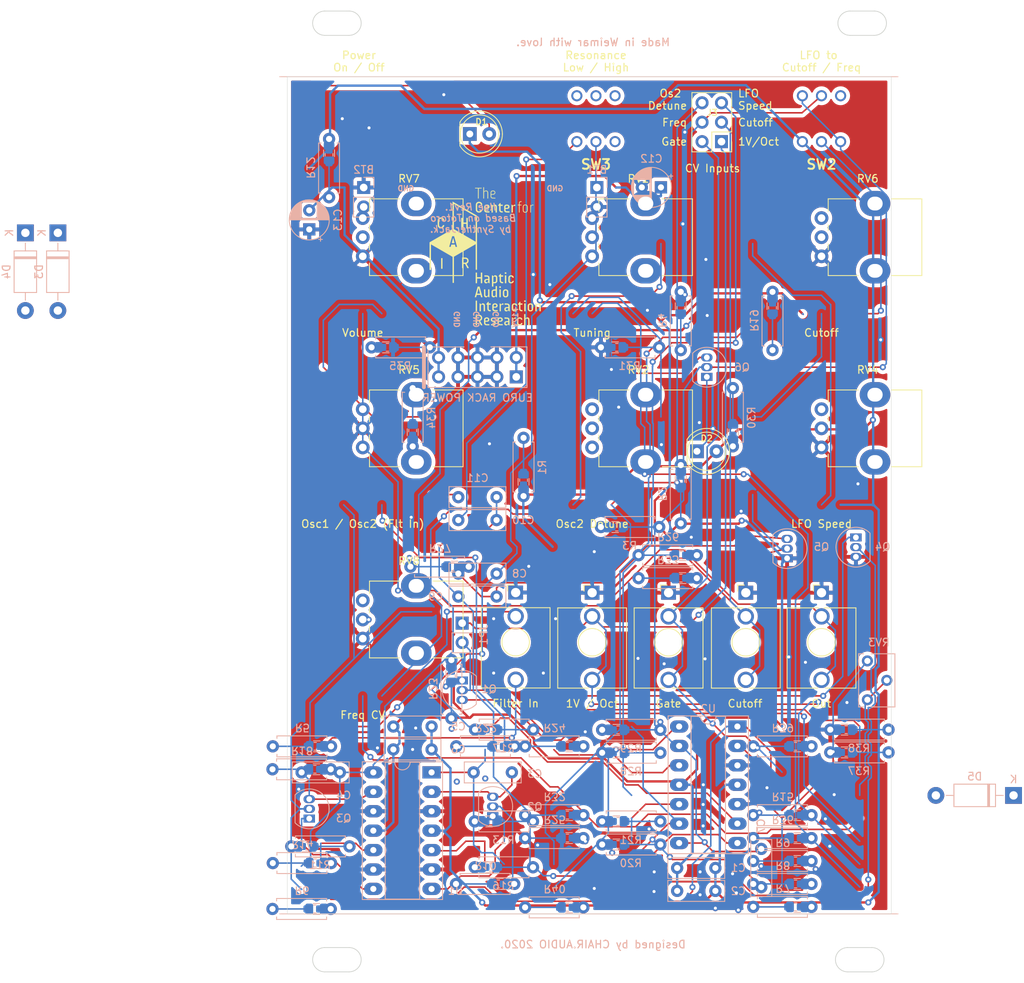
<source format=kicad_pcb>
(kicad_pcb (version 20211014) (generator pcbnew)
  (title_block (title "Ilse") (date "2020-11-17") (rev "2") (company "The Center for Haptic Audio Interaction Research") (comment 1 "License: CC BY-NC-SA") (comment 2 "Based on Totoro by Syntherjack") (comment 3 "Clemens Wegener") (comment 4 "https://chair.audio"))
  (layers (0 "F.Cu" mixed) (31 "B.Cu" mixed) (34 "B.Paste" user) (35 "F.Paste" user) (36 "B.SilkS" user "B.Silkscreen") (37 "F.SilkS" user "F.Silkscreen") (38 "B.Mask" user) (39 "F.Mask" user) (44 "Edge.Cuts" user))
  (net 0 "")
  (net 1 "Net-(BT1-Pad1)")
  (net 2 "GND")
  (net 3 "Net-(BT2-Pad2)")
  (net 4 "VSS")
  (net 5 "VCC")
  (net 6 "Net-(C3-Pad2)")
  (net 7 "Net-(C3-Pad1)")
  (net 8 "Net-(C4-Pad2)")
  (net 9 "Net-(C4-Pad1)")
  (net 10 "Net-(C7-Pad2)")
  (net 11 "Net-(C7-Pad1)")
  (net 12 "Net-(C8-Pad2)")
  (net 13 "Net-(C8-Pad1)")
  (net 14 "Net-(C10-Pad2)")
  (net 15 "Net-(C10-Pad1)")
  (net 16 "Net-(C11-Pad2)")
  (net 17 "Net-(D1-Pad2)")
  (net 18 "Net-(D2-Pad1)")
  (net 19 "GATE")
  (net 20 "Net-(Q1-Pad3)")
  (net 21 "Net-(Q2-Pad1)")
  (net 22 "Net-(Q2-Pad2)")
  (net 23 "Net-(Q3-Pad1)")
  (net 24 "Net-(Q3-Pad2)")
  (net 25 "Net-(Q4-Pad1)")
  (net 26 "Net-(Q6-Pad3)")
  (net 27 "Net-(R1-Pad1)")
  (net 28 "Net-(R2-Pad2)")
  (net 29 "Net-(R4-Pad2)")
  (net 30 "Net-(R5-Pad2)")
  (net 31 "Net-(R15-Pad1)")
  (net 32 "Net-(R7-Pad2)")
  (net 33 "Net-(R10-Pad1)")
  (net 34 "Net-(R11-Pad1)")
  (net 35 "Net-(R15-Pad2)")
  (net 36 "Net-(R17-Pad1)")
  (net 37 "Net-(R18-Pad1)")
  (net 38 "Net-(R19-Pad1)")
  (net 39 "Net-(R21-Pad1)")
  (net 40 "Net-(D5-Pad1)")
  (net 41 "Net-(R30-Pad1)")
  (net 42 "Net-(RV6-Pad3)")
  (net 43 "1V{slash}Oct")
  (net 44 "Net-(Q5-Pad2)")
  (net 45 "Osc 2 Detune")
  (net 46 "Net-(R36-Pad1)")
  (net 47 "Net-(R19-Pad2)")
  (net 48 "LFO Speed")
  (net 49 "Filter Cutoff")
  (net 50 "Net-(R36-Pad2)")
  (net 51 "Freq CV")
  (net 52 "Net-(JP1-Pad2)")
  (net 53 "Net-(J1-PadT)")
  (net 54 "Net-(J7-PadT)")
  (net 55 "Net-(Q4-Pad2)")
  (net 58 "Net-(R29-Pad1)")
  (net 59 "Net-(R34-Pad1)")
  (footprint "CHAIR:Jack_3.5mm_QingPu_WQP-WQP518MA" (layer "F.Cu") (at 97.5 115.48)
    (fp_text reference "J7" hide)
    (fp_text value "Filter In")
  )
  (footprint "CHAIR:Potentiometer_Alps_RK09K_Single_Vertical" (layer "F.Cu") (at 77.5 96.5)
    (fp_text reference "RV5")
    (fp_text value "100kB")
  )
  (footprint "CHAIR:Potentiometer_Alps_RK09K_Single_Vertical" (layer "F.Cu") (at 77.5 121.5)
    (fp_text reference "RV8")
    (fp_text value "100kB")
  )
  (footprint "Connector_PinHeader_2.54mm:PinHeader_2x03_P2.54mm_Vertical" (layer "F.Cu") (at 124.42 56.5 180)
    (fp_text reference "J3")
    (fp_text value "CV Inputs")
  )
  (footprint "CHAIR:Switch_DPDT_PVA2" (layer "F.Cu") (at 137.5 53.5)
    (fp_text reference "SW2")
    (fp_text value "LFO to Filter / Freq CV" hide)
  )
  (footprint "CHAIR:Potentiometer_Alps_RK09K_Single_Vertical" (layer "F.Cu") (at 107.5 96.5)
    (fp_text reference "RV2")
    (fp_text value "100kB")
  )
  (footprint "CHAIR:Potentiometer_Alps_RK09K_Single_Vertical" (layer "F.Cu") (at 137.5 96.5)
    (fp_text reference "RV4")
    (fp_text value "100kB")
  )
  (footprint "CHAIR:Potentiometer_Alps_RK09K_Single_Vertical" (layer "F.Cu") (at 137.5 71.5)
    (fp_text reference "RV6")
    (fp_text value "100kB")
  )
  (footprint "CHAIR:Potentiometer_Alps_RK09K_Single_Vertical" (layer "F.Cu") (at 77.5 71.5)
    (fp_text reference "RV7")
    (fp_text value "100kB")
  )
  (footprint "CHAIR:Switch_DPDT_PVA2" (layer "F.Cu") (at 108 53.5)
    (fp_text reference "SW3")
    (fp_text value "Resonance L/H" hide)
  )
  (footprint "CHAIR:Potentiometer_Alps_RK09K_Single_Vertical" (layer "F.Cu") (at 107.5 71.5)
    (fp_text reference "RV1")
    (fp_text value "5kB")
  )
  (footprint "4ms-footprints:Rail-mount-slot" (layer "F.Cu") (at 142.5 163.5)
    (fp_text reference "H4" hide)
    (fp_text value "MountingHole" hide)
    (fp_line (start -1.5875 1.5875) (end 1.5875 1.5875) (layer "Edge.Cuts") (width 0.1))
    (fp_line (start -1.5875 -1.5875) (end 1.5875 -1.5875) (layer "Edge.Cuts") (width 0.1))
    (fp_arc (start -1.5875 1.5875) (mid -3.175 0) (end -1.5875 -1.5875) (layer "Edge.Cuts") (width 0.1))
    (fp_arc (start 1.5875 -1.5875) (mid 3.175 0) (end 1.5875 1.5875) (layer "Edge.Cuts") (width 0.1))
  )
  (footprint "CHAIR:CHAIR_logo_silkscreen" (layer "F.Cu") (at 93.5 71.5)
    (fp_text reference "LOGO1" hide)
    (fp_text value "CHAIR-LOGO" hide)
  )
  (footprint "4ms-footprints:Rail-mount-slot" (layer "F.Cu") (at 74.12 163.5)
    (fp_text reference "H2" hide)
    (fp_text value "MountingHole" hide)
    (fp_line (start -1.5875 1.5875) (end 1.5875 1.5875) (layer "Edge.Cuts") (width 0.1))
    (fp_line (start -1.5875 -1.5875) (end 1.5875 -1.5875) (layer "Edge.Cuts") (width 0.1))
    (fp_arc (start -1.5875 1.5875) (mid -3.175 0) (end -1.5875 -1.5875) (layer "Edge.Cuts") (width 0.1))
    (fp_arc (start 1.5875 -1.5875) (mid 3.175 0) (end 1.5875 1.5875) (layer "Edge.Cuts") (width 0.1))
  )
  (footprint "4ms-footprints:Rail-mount-slot" (layer "F.Cu") (at 142.82 41.01)
    (fp_text reference "H3" hide)
    (fp_text value "MountingHole" hide)
    (fp_line (start -1.5875 1.5875) (end 1.5875 1.5875) (layer "Edge.Cuts") (width 0.1))
    (fp_line (start -1.5875 -1.5875) (end 1.5875 -1.5875) (layer "Edge.Cuts") (width 0.1))
    (fp_arc (start -1.5875 1.5875) (mid -3.175 0) (end -1.5875 -1.5875) (layer "Edge.Cuts") (width 0.1))
    (fp_arc (start 1.5875 -1.5875) (mid 3.175 0) (end 1.5875 1.5875) (layer "Edge.Cuts") (width 0.1))
  )
  (footprint "4ms-footprints:Rail-mount-slot" (layer "F.Cu") (at 74.12 41.01)
    (fp_text reference "H1" hide)
    (fp_text value "MountingHole" hide)
    (fp_line (start -1.5875 -1.5875) (end 1.5875 -1.5875) (layer "Edge.Cuts") (width 0.1))
    (fp_line (start -1.5875 1.5875) (end 1.5875 1.5875) (layer "Edge.Cuts") (width 0.1))
    (fp_arc (start -1.5875 1.5875) (mid -3.175 0) (end -1.5875 -1.5875) (layer "Edge.Cuts") (width 0.1))
    (fp_arc (start 1.5875 -1.5875) (mid 3.175 0) (end 1.5875 1.5875) (layer "Edge.Cuts") (width 0.1))
  )
  (footprint "CHAIR:Jack_3.5mm_QingPu_WQP-WQP518MA" (layer "F.Cu") (at 107.5 115.5)
    (fp_text reference "J4" hide)
    (fp_text value "1V/Oct")
  )
  (footprint "LED_THT:LED_D5.0mm" (layer "F.Cu") (at 91.5 55.5)
    (fp_text reference "D1")
    (fp_text value "LED Superbright")
  )
  (footprint "LED_THT:LED_D5.0mm" (layer "F.Cu") (at 121.21 97)
    (fp_text reference "D2")
    (fp_text value "LED Superbright")
  )
  (footprint "CHAIR:Jack_3.5mm_QingPu_WQP-WQP518MA" (layer "F.Cu") (at 117.5 115.5)
    (fp_text reference "J5" hide)
    (fp_text value "Gate")
  )
  (footprint "CHAIR:Jack_3.5mm_QingPu_WQP-WQP518MA" (layer "F.Cu") (at 137.5 115.5)
    (fp_text reference "J1" hide)
    (fp_text value "OUT")
  )
  (footprint "CHAIR:Jack_3.5mm_QingPu_WQP-WQP518MA" (layer "F.Cu") (at 127.6 115.5)
    (fp_text reference "J6" hide)
    (fp_text value "Cutoff")
  )
  (footprint "Capacitor_THT:CP_Radial_D5.0mm_P2.50mm" (layer "B.Cu") (at 116.5 62.48 180)
    (fp_text reference "C12")
    (fp_text value "10u")
  )
  (footprint "Connector_PinHeader_2.54mm:PinHeader_1x02_P2.54mm_Vertical" (layer "B.Cu") (at 108.12 62.5 180)
    (fp_text reference "BT1")
    (fp_text value "9 V")
  )
  (footprint "Capacitor_THT:CP_Radial_D5.0mm_P2.50mm" (layer "B.Cu") (at 70.5 67.98 90)
    (fp_text reference "C13")
    (fp_text value "10u")
  )
  (footprint "hybrid:R (hybrid SMD-THT)" (layer "B.Cu") (at 132.34 145)
    (fp_text reference "R36")
    (fp_text value "100k")
  )
  (footprint "hybrid:R (hybrid SMD-THT)" (layer "B.Cu") (at 112.5 86 180)
    (fp_text reference "R31")
    (fp_text value "2k2")
  )
  (footprint "Package_DIP:DIP-14_W7.62mm_Socket_LongPads" (layer "B.Cu") (at 126.5 133 180)
    (fp_text reference "U2")
    (fp_text value "TL074")
  )
  (footprint "hybrid:R (hybrid SMD-THT)" (layer "B.Cu") (at 102.501 142)
    (fp_text reference "R32")
    (fp_text value "10k")
  )
  (footprint "hybrid:R (hybrid SMD-THT)" (layer "B.Cu") (at 117.34 111)
    (fp_text reference "R33")
    (fp_text value "10k")
  )
  (footprint "hybrid:R (hybrid SMD-THT)" (layer "B.Cu") (at 86.62 92.51 -90)
    (fp_text reference "R34")
    (fp_text value "4k7")
  )
  (footprint "hybrid:R (hybrid SMD-THT)" (layer "B.Cu") (at 82.5 86 180)
    (fp_text reference "R35")
    (fp_text value "1k")
  )
  (footprint "hybrid:R (hybrid SMD-THT)" (layer "B.Cu") (at 142.5 136 180)
    (fp_text reference "R38")
    (fp_text value "100k")
  )
  (footprint "hybrid:R (hybrid SMD-THT)" (layer "B.Cu") (at 132.34 133)
    (fp_text reference "R39")
    (fp_text value "100k")
  )
  (footprint "hybrid:R (hybrid SMD-THT)" (layer "B.Cu") (at 142.5 138.976 180)
    (fp_text reference "R37")
    (fp_text value "47k")
  )
  (footprint "Package_DIP:DIP-14_W7.62mm_Socket_LongPads" (layer "B.Cu") (at 86.5 139 180)
    (fp_text reference "U1")
    (fp_text value "TL074")
  )
  (footprint "Potentiometer_THT:Potentiometer_Bourns_3266W_Vertical" (layer "B.Cu") (at 143.5 129.5 -90)
    (fp_text reference "RV3")
    (fp_text value "500")
  )
  (footprint "hybrid:R (hybrid SMD-THT)" (layer "B.Cu") (at 69.46 154.27)
    (fp_text reference "R6")
    (fp_text value "1k")
  )
  (footprint "hybrid:R (hybrid SMD-THT)" (layer "B.Cu") (at 69.46 136)
    (fp_text reference "R18")
    (fp_text value "100k")
  )
  (footprint "CHAIR:Euro_Header_10-pin_TH" (layer "B.Cu") (at 92.5 86 90)
    (fp_text reference "J2" hide)
    (fp_text value "EURO RACK POWER")
  )
  (footprint "hybrid:R (hybrid SMD-THT)" (layer "B.Cu") (at 96.04 136 180)
    (fp_text reference "R17")
    (fp_text value "100k")
  )
  (footprint "Connector_PinHeader_2.54mm:PinHeader_1x02_P2.54mm_Vertical" (layer "B.Cu") (at 90.5 119.48 180)
    (fp_text reference "JP1")
    (fp_text value "Freq Gate")
  )
  (footprint "hybrid:R (hybrid SMD-THT)" (layer "B.Cu") (at 96 148 180)
    (fp_text reference "R13")
    (fp_text value "100k")
  )
  (footprint "Connector_PinHeader_2.54mm:PinHeader_1x02_P2.54mm_Vertical" (layer "B.Cu") (at 77.62 62.5 180)
    (fp_text reference "BT2")
    (fp_text value "9 V")
  )
  (footprint "hybrid:R (hybrid SMD-THT)" (layer "B.Cu") (at 96 154 180)
    (fp_text reference "R16")
    (fp_text value "1k")
  )
  (footprint "hybrid:R (hybrid SMD-THT)" (layer "B.Cu") (at 93.5 133)
    (fp_text reference "R22")
    (fp_text value "47k")
  )
  (footprint "hybrid:R (hybrid SMD-THT)" (layer "B.Cu") (at 69.5 148.27)
    (fp_text reference "R14")
    (fp_text value "100k")
  )
  (footprint "hybrid:R (hybrid SMD-THT)" (layer "B.Cu") (at 69.5 133)
    (fp_text reference "R5")
    (fp_text value "1k")
  )
  (footprint "hybrid:R (hybrid SMD-THT)" (layer "B.Cu") (at 72 151.27 180)
    (fp_text reference "R11")
    (fp_text value "47k")
  )
  (footprint "hybrid:R (hybrid SMD-THT)" (layer "B.Cu") (at 93.46 151)
    (fp_text reference "R10")
    (fp_text value "47k")
  )
  (footprint "Capacitor_THT:C_Rect_L7.2mm_W2.5mm_P5.00mm_FKS2_FKP2_MKS2_MKP2" (layer "B.Cu") (at 69.5 139)
    (fp_text reference "C4")
    (fp_text value "10n")
  )
  (footprint "Capacitor_THT:C_Rect_L7.2mm_W2.5mm_P5.00mm_FKS2_FKP2_MKS2_MKP2" (layer "B.Cu") (at 95 116 180)
    (fp_text reference "C9")
    (fp_text value "47n")
  )
  (footprint "Capacitor_THT:C_Rect_L7.2mm_W2.5mm_P5.00mm_FKS2_FKP2_MKS2_MKP2" (layer "B.Cu") (at 123.62 151.5 180)
    (fp_text reference "C1")
    (fp_text value "1u")
  )
  (footprint "Capacitor_THT:C_Rect_L7.2mm_W2.5mm_P5.00mm_FKS2_FKP2_MKS2_MKP2" (layer "B.Cu") (at 123.62 154.5 180)
    (fp_text reference "C2")
    (fp_text value "0.1u")
  )
  (footprint "Capacitor_THT:C_Rect_L7.2mm_W2.5mm_P5.00mm_FKS2_FKP2_MKS2_MKP2" (layer "B.Cu") (at 86.5 133 180)
    (fp_text reference "C5")
    (fp_text value "1u")
  )
  (footprint "Capacitor_THT:C_Rect_L7.2mm_W2.5mm_P5.00mm_FKS2_FKP2_MKS2_MKP2" (layer "B.Cu") (at 86.5 136 180)
    (fp_text reference "C6")
    (fp_text value "0.1u")
  )
  (footprint "hybrid:R (hybrid SMD-THT)" (layer "B.Cu") (at 132.34 154)
    (fp_text reference "R7")
    (fp_text value "22k")
  )
  (footprint "Capacitor_THT:C_Rect_L7.2mm_W2.5mm_P5.00mm_FKS2_FKP2_MKS2_MKP2" (layer "B.Cu") (at 97 139 180)
    (fp_text reference "C3")
    (fp_text value "10n")
  )
  (footprint "hybrid:R (hybrid SMD-THT)" (layer "B.Cu") (at 101.12 99.01 -90)
    (fp_text reference "R1")
    (fp_text value "4k7")
  )
  (footprint "Capacitor_THT:C_Rect_L7.2mm_W2.5mm_P5.00mm_FKS2_FKP2_MKS2_MKP2" (layer "B.Cu") (at 129.62 154.01 90)
    (fp_text reference "C7")
    (fp_text value "47n")
  )
  (footprint "Capacitor_THT:C_Rect_L7.2mm_W2.5mm_P5.00mm_FKS2_FKP2_MKS2_MKP2" (layer "B.Cu") (at 95 113 180)
    (fp_text reference "C8")
    (fp_text value "47n")
  )
  (footprint "hybrid:R (hybrid SMD-THT)" (layer "B.Cu") (at 112.5 109.5 180)
    (fp_text reference "R3")
    (fp_text value "100k")
  )
  (footprint "Package_TO_SOT_THT:TO-92_Inline" (layer "B.Cu") (at 94.5 144.73 90)
    (fp_text reference "Q2")
    (fp_text value "BC559")
  )
  (footprint "Capacitor_THT:C_Rect_L7.2mm_W2.5mm_P5.00mm_FKS2_FKP2_MKS2_MKP2" (layer "B.Cu") (at 90 106)
    (fp_text reference "C10")
    (fp_text value "1n")
  )
  (footprint "Capacitor_THT:C_Rect_L7.2mm_W2.5mm_P5.00mm_FKS2_FKP2_MKS2_MKP2" (layer "B.Cu") (at 95 103 180)
    (fp_text reference "C11")
    (fp_text value "1u")
  )
  (footprint "Package_TO_SOT_THT:TO-92_Inline" (layer "B.Cu") (at 70.5 145.04 90)
    (fp_text reference "Q3")
    (fp_text value "BC559")
  )
  (footprint "Package_TO_SOT_THT:TO-92_Inline" (layer "B.Cu") (at 133 111 90)
    (fp_text reference "Q5")
    (fp_text value "BC548")
  )
  (footprint "Package_TO_SOT_THT:TO-92_Inline" (layer "B.Cu") (at 90.5 126.98 -90)
    (fp_text reference "Q1")
    (fp_text value "BC559")
  )
  (footprint "Package_TO_SOT_THT:TO-92_Inline" (layer "B.Cu") (at 142 108.27 -90)
    (fp_text reference "Q4")
    (fp_text value "BC548")
  )
  (footprint "Package_TO_SOT_THT:TO-92_Inline" (layer "B.Cu") (at 122.5 87.27 90)
    (fp_text reference "Q6")
    (fp_text value "BC548")
  )
  (footprint "hybrid:R (hybrid SMD-THT)" (layer "B.Cu") (at 116.5 102.66 90)
    (fp_text reference "R2")
    (fp_text value "47k")
  )
  (footprint "hybrid:R (hybrid SMD-THT)" (layer "B.Cu") (at 116.5 80 90)
    (fp_text reference "R4")
    (fp_text value "100k")
  )
  (footprint "hybrid:R (hybrid SMD-THT)" (layer "B.Cu") (at 132.34 148)
    (fp_text reference "R9")
    (fp_text value "1k")
  )
  (footprint "hybrid:R (hybrid SMD-THT)" (layer "B.Cu") (at 112.66 139.024 180)
    (fp_text reference "R28")
    (fp_text value "100k")
  )
  (footprint "hybrid:R (hybrid SMD-THT)" (layer "B.Cu") (at 132.34 142)
    (fp_text reference "R15")
    (fp_text value "1.5k")
  )
  (footprint "hybrid:R (hybrid SMD-THT)" (layer "B.Cu") (at 70.5 60 90)
    (fp_text reference "R12")
    (fp_text value "4k7")
  )
  (footprint "hybrid:R (hybrid SMD-THT)" (layer "B.Cu") (at 112.66 148 180)
    (fp_text reference "R21")
    (fp_text value "47k")
  )
  (footprint "hybrid:R (hybrid SMD-THT)" (layer "B.Cu") (at 87.5 109.5)
    (fp_text reference "R27")
    (fp_text value "100k")
  )
  (footprint "hybrid:R (hybrid SMD-THT)" (layer "B.Cu") (at 86.5 128.16 90)
    (fp_text reference "R23")
    (fp_text value "47k")
  )
  (footprint "hybrid:R (hybrid SMD-THT)" (layer "B.Cu") (at 102.501 145)
    (fp_text reference "R25")
    (fp_text value "100k")
  )
  (footprint "hybrid:R (hybrid SMD-THT)" (layer "B.Cu") (at 117.34 108)
    (fp_text reference "R26")
    (fp_text value "10k")
  )
  (footprint "hybrid:R (hybrid SMD-THT)" (layer "B.Cu") (at 102.5 133)
    (fp_text reference "R24")
    (fp_text value "100k")
  )
  (footprint "hybrid:R (hybrid SMD-THT)" (layer "B.Cu") (at 112.66 136.024 180)
    (fp_text reference "R29")
    (fp_text value "47k")
  )
  (footprint "hybrid:R (hybrid SMD-THT)" (layer "B.Cu") (at 128.5 92.5 -90)
    (fp_text reference "R30")
    (fp_text value "10k")
  )
  (footprint "hybrid:R (hybrid SMD-THT)" (layer "B.Cu") (at 128.5 80 90)
    (fp_text reference "R19")
    (fp_text value "10k")
  )
  (footprint "hybrid:R (hybrid SMD-THT)" (layer "B.Cu") (at 112.66 151.024 180)
    (fp_text reference "R20")
    (fp_text value "100k")
  )
  (footprint "hybrid:R (hybrid SMD-THT)" (layer "B.Cu") (at 132.34 151)
    (fp_text reference "R8")
    (fp_text value "100k")
  )
  (footprint "hybrid:R (hybrid SMD-THT)" (layer "B.Cu") (at 102.499879 154.059787)
    (fp_text reference "R40")
    (fp_text value "10k")
  )
  (footprint "Diode_THT:D_DO-41_SOD81_P10.16mm_Horizontal" (layer "B.Cu") (at 33.37 68.43 -90)
    (fp_text reference "D4")
    (fp_text value "1N5819")
  )
  (footprint "Diode_THT:D_DO-41_SOD81_P10.16mm_Horizontal" (layer "B.Cu") (at 37.62 68.43 -90)
    (fp_text reference "D3")
    (fp_text value "1N5819")
  )
  (footprint "Diode_THT:D_DO-41_SOD81_P10.16mm_Horizontal" (layer "B.Cu") (at 162.62 142.01 180)
    (fp_text reference "D5")
    (fp_text value "1N5819")
  )
  (gr_line (start 146.62 48.01) (end 66.62 48.01) (layer "B.SilkS") (width 0.1))
  (gr_line (start 147.52 157.500995) (end 66.620001 157.5) (layer "B.SilkS") (width 0.1))
  (gr_line (start 146.62 48.01) (end 147.509 48.01) (layer "B.SilkS") (width 0.1))
  (gr_line (start 67.62 157.51) (end 67.62 48.01) (layer "Edge.Cuts") (width 0.05))
  (gr_line (start 146.62 48.01) (end 67.62 48.01) (layer "Edge.Cuts") (width 0.05))
  (gr_line (start 146.62 157.51) (end 146.62 48.01) (layer "Edge.Cuts") (width 0.05))
  (gr_line (start 146.62 157.51) (end 67.62 157.51) (layer "Edge.Cuts") (width 0.05))
  (gr_text "GND" (at 83.13782 62.62964) (layer "B.SilkS") (effects (font (size 0.7 0.7)) (justify mirror)))
  (gr_text "GND" (at 89.84 80.91 90) (layer "B.SilkS") (effects (font (size 0.7 0.7)) (justify right mirror)))
  (gr_text "GND" (at 94.92 80.91 90) (layer "B.SilkS") (effects (font (size 0.7 0.7)) (justify right mirror)))
  (gr_text "Made in Weimar with love." (at 107.62 43.5) (layer "B.SilkS") (effects (font (size 1 1)) (justify mirror)))
  (gr_text "Ilse Rev1.\nBased on Totoro \nby SyntherJack." (at 91.62 66.5) (layer "B.SilkS") (effects (font (size 0.9 0.9) (thickness 0.15) italic) (justify mirror)))
  (gr_text "GND" (at 92.38 80.91 90) (layer "B.SilkS") (effects (font (size 0.7 0.7)) (justify right mirror)))
  (gr_text "Designed by CHAIR.AUDIO 2020." (at 107.62 161.5) (layer "B.SilkS") (effects (font (size 1 1)) (justify mirror)))
  (gr_text "GND" (at 102.63782 62.62964) (layer "B.SilkS") (effects (font (size 0.7 0.7)) (justify mirror)))
  (gr_text "+12V" (at 97.46 80.91 90) (layer "B.SilkS") (effects (font (size 0.7 0.7)) (justify right mirror)))
  (gr_text "Filter In" (at 97.5 129.98) (layer "F.SilkS") (effects (font (size 1 1))))
  (gr_text "Resonance\nLow / High" (at 108 46) (layer "F.SilkS") (effects (font (size 1 1))))
  (gr_text "Cutoff" (at 137.5 81.5) (layer "F.SilkS") (effects (font (size 1 1))))
  (gr_text "LFO Speed" (at 137.5 106.5) (layer "F.SilkS") (effects (font (size 1 1))))
  (gr_text "Gate" (at 117.5 130) (layer "F.SilkS") (effects (font (size 1 1))))
  (gr_text "Cutoff" (at 127.5 130) (layer "F.SilkS") (effects (font (size 1 1))))
  (gr_text "Volume" (at 77.5 81.5) (layer "F.SilkS") (effects (font (size 1 1))))
  (gr_text "LFO to \nCutoff / Freq" (at 137.5 46) (layer "F.SilkS") (effects (font (size 1 1))))
  (gr_text "Power\nOn / Off" (at 77 46) (layer "F.SilkS") (effects (font (size 1 1))))
  (gr_text "Osc1 / Osc2 (Flt In)" (at 77.5 106.5) (layer "F.SilkS") (effects (font (size 1 1))))
  (gr_text "1V / Oct" (at 107.5 130) (layer "F.SilkS") (effects (font (size 1 1))))
  (gr_text "Osc2 Detune" (at 107.5 106.5) (layer "F.SilkS") (effects (font (size 1 1))))
  (gr_text "Tuning" (at 107.5 81.5) (layer "F.SilkS") (effects (font (size 1 1))))
  (gr_text "Gate" (at 120 56.5) (layer "F.SilkS") (effects (font (size 1 1)) (justify right)))
  (gr_text "Os2 \nDetune" (at 120 51) (layer "F.SilkS") (effects (font (size 1 1)) (justify right)))
  (gr_text "Cutoff" (at 126.5 54) (layer "F.SilkS") (effects (font (size 1 1)) (justify left)))
  (gr_text "1V/Oct" (at 126.5 56.5) (layer "F.SilkS") (effects (font (size 1 1)) (justify left)))
  (gr_text "Out" (at 137.5 130) (layer "F.SilkS") (effects (font (size 1 1))))
  (gr_text "Freq" (at 120 54) (layer "F.SilkS") (effects (font (size 1 1)) (justify right)))
  (gr_text "LFO\nSpeed" (at 126.5 51) (layer "F.SilkS") (effects (font (size 1 1)) (justify left)))
  (gr_text "CV Inputs" (at 123.25 60) (layer "F.SilkS") (effects (font (size 1 1))))
  (gr_text "Freq CV" (at 77.5 131.5) (layer "F.SilkS") (effects (font (size 1 1))))
  (segment (start 110.62 62.5) (end 109.12 61) (width 0.3048) (layer "F.Cu") (net 1))
  (segment (start 109.12 61) (end 97.62 61) (width 0.3048) (layer "F.Cu") (net 1))
  (via (at 97.62 61) (size 0.8) (drill 0.4) (layers "F.Cu" "B.Cu") (net 1))
  (segment (start 97.58 61.04) (end 97.62 61) (width 0.3048) (layer "B.Cu") (net 1))
  (segment (start 97.58 72.7752) (end 97.58 72.96) (width 0.3048) (layer "B.Cu") (net 1))
  (segment (start 97.58 72.96) (end 97.58 61.04) (width 0.3048) (layer "B.Cu") (net 1))
  (segment (start 97.58 87.27) (end 97.58 84.73) (width 0.3048) (layer "B.Cu") (net 1))
  (segment (start 97.58 72.96) (end 97.58 84.73) (width 0.3048) (layer "B.Cu") (net 1))
  (segment (start 99.299999 91.700001) (end 104.619999 91.700001) (width 0.2032) (layer "F.Cu") (net 2))
  (segment (start 98.5 92.5) (end 99.299999 91.700001) (width 0.2032) (layer "F.Cu") (net 2))
  (segment (start 104.619999 91.700001) (end 110.02 86.3) (width 0.2032) (layer "F.Cu") (net 2))
  (via (at 121.62 152.01) (size 0.8) (drill 0.4) (layers "F.Cu" "B.Cu") (net 2))
  (via (at 145.24 82.42) (size 0.8) (drill 0.4) (layers "F.Cu" "B.Cu") (net 2))
  (via (at 114.73 78.56) (size 0.8) (drill 0.4) (layers "F.Cu" "B.Cu") (net 2))
  (via (at 88.1 50.36) (size 0.8) (drill 0.4) (layers "F.Cu" "B.Cu") (net 2))
  (via (at 114.95 146.4) (size 0.8) (drill 0.4) (layers "F.Cu" "B.Cu") (net 2))
  (via (at 94.62 126.01) (size 0.8) (drill 0.4) (layers "F.Cu" "B.Cu") (net 2))
  (via (at 94.62 118.9) (size 0.8) (drill 0.4) (layers "F.Cu" "B.Cu") (net 2))
  (via (at 142.27 101.26) (size 0.8) (drill 0.4) (layers "F.Cu" "B.Cu") (net 2))
  (via (at 94.07 96.02) (size 0.8) (drill 0.4) (layers "F.Cu" "B.Cu") (net 2))
  (via (at 138.01 145.08) (size 0.8) (drill 0.4) (layers "F.Cu" "B.Cu") (net 2))
  (via (at 121.52 93.25) (size 0.8) (drill 0.4) (layers "F.Cu" "B.Cu") (net 2))
  (via (at 125.87 152.26) (size 0.8) (drill 0.4) (layers "F.Cu" "B.Cu") (net 2))
  (via (at 110.02 86.3) (size 0.8) (drill 0.4) (layers "F.Cu" "B.Cu") (net 2))
  (via (at 122.38 71.91) (size 0.8) (drill 0.4) (layers "F.Cu" "B.Cu") (net 2))
  (via (at 99.8 73.88) (size 0.8) (drill 0.4) (layers "F.Cu" "B.Cu") (net 2))
  (via (at 122.27 124.15) (size 0.8) (drill 0.4) (layers "F.Cu" "B.Cu") (net 2))
  (via (at 123.62 156.76) (size 0.8) (drill 0.4) (layers "F.Cu" "B.Cu") (net 2))
  (via (at 133.22 123.9) (size 0.8) (drill 0.4) (layers "F.Cu" "B.Cu") (net 2))
  (via (at 107.78 110.13) (size 0.8) (drill 0.4) (layers "F.Cu" "B.Cu") (net 2))
  (via (at 87.04 90.36) (size 0.8) (drill 0.4) (layers "F.Cu" "B.Cu") (net 2))
  (via (at 136.74 151.66) (size 0.8) (drill 0.4) (layers "F.Cu" "B.Cu") (net 2))
  (via (at 126.99 104.84) (size 0.8) (drill 0.4) (layers "F.Cu" "B.Cu") (net 2))
  (via (at 78.32 54.7) (size 0.8) (drill 0.4) (layers "F.Cu" "B.Cu") (net 2))
  (via (at 115.62 152.01) (size 0.8) (drill 0.4) (layers "F.Cu" "B.Cu") (net 2))
  (via (at 83.83467 105.634932) (size 0.8) (drill 0.4) (layers "F.Cu" "B.Cu") (net 2))
  (via (at 119.62 55.26) (size 0.8) (drill 0.4) (layers "F.Cu" "B.Cu") (net 2))
  (via (at 74.82 53.5) (size 0.8) (drill 0.4) (layers "F.Cu" "B.Cu") (net 2))
  (via (at 89.8 140.21) (size 0.8) (drill 0.4) (layers "F.Cu" "B.Cu") (net 2))
  (via (at 138.58 148.66) (size 0.8) (drill 0.4) (layers "F.Cu" "B.Cu") (net 2))
  (via (at 84.02 136) (size 0.8) (drill 0.4) (layers "F.Cu" "B.Cu") (net 2))
  (via (at 89.12 133.3) (size 0.8) (drill 0.4) (layers "F.Cu" "B.Cu") (net 2))
  (via (at 126.62 157.01) (size 0.8) (drill 0.4) (layers "F.Cu" "B.Cu") (net 2))
  (via (at 84.42 133.2) (size 0.8) (drill 0.4) (layers "F.Cu" "B.Cu") (net 2))
  (via (at 90.62 125.51) (size 0.8) (drill 0.4) (layers "F.Cu" "B.Cu") (net 2))
  (via (at 130.37 141.01) (size 0.8) (drill 0.4) (layers "F.Cu" "B.Cu") (net 2))
  (via (at 120.47 108.24) (size 0.8) (drill 0.4) (layers "F.Cu" "B.Cu") (net 2))
  (via (at 101.12 126.01) (size 0.8) (drill 0.4) (layers "F.Cu" "B.Cu") (net 2))
  (via (at 101.97 75.2) (size 0.8) (drill 0.4) (layers "F.Cu" "B.Cu") (net 2))
  (via (at 100.37 148.51) (size 0.8) (drill 0.4) (layers "F.Cu" "B.Cu") (net 2))
  (via (at 122.02 143.2) (size 0.8) (drill 0.4) (layers "F.Cu" "B.Cu") (net 2))
  (via (at 79.42 135.8) (size 0.8) (drill 0.4) (layers "F.Cu" "B.Cu") (net 2))
  (via (at 122.02 146) (size 0.8) (drill 0.4) (layers "F.Cu" "B.Cu") (net 2))
  (via (at 126.37 154.76) (size 0.8) (drill 0.4) (layers "F.Cu" "B.Cu") (net 2))
  (via (at 139.16 141.91) (size 0.8) (drill 0.4) (layers "F.Cu" "B.Cu") (net 2))
  (via (at 122.55 79.24) (size 0.8) (drill 0.4) (layers "F.Cu" "B.Cu") (net 2))
  (via (at 129.62 151.26) (size 0.8) (drill 0.4) (layers "F.Cu" "B.Cu") (net 2))
  (via (at 119.37 67.26) (size 0.8) (drill 0.4) (layers "F.Cu" "B.Cu") (net 2))
  (via (at 135.4 124.6) (size 0.8) (drill 0.4) (layers "F.Cu" "B.Cu") (net 2))
  (via (at 110.97 91.23) (size 0.8) (drill 0.4) (layers "F.Cu" "B.Cu") (net 2))
  (via (at 113.5 124.09) (size 0.8) (drill 0.4) (layers "F.Cu" "B.Cu") (net 2))
  (via (at 106.6 133.69) (size 0.8) (drill 0.4) (layers "F.Cu" "B.Cu") (net 2))
  (via (at 115.596566 154.583387) (size 0.8) (drill 0.4) (layers "F.Cu" "B.Cu") (net 2))
  (via (at 121.62 155.01) (size 0.8) (drill 0.4) (layers "F.Cu" "B.Cu") (net 2))
  (via (at 99.21 112.05) (size 0.8) (drill 0.4) (layers "F.Cu" "B.Cu") (net 2))
  (via (at 116.92 124.8) (size 0.8) (drill 0.4) (layers "F.Cu" "B.Cu") (net 2))
  (via (at 69.12 141.2) (size 0.8) (drill 0.4) (layers "F.Cu" "B.Cu") (net 2))
  (via (at 102.72 118.9) (size 0.8) (drill 0.4) (layers "F.Cu" "B.Cu") (net 2))
  (via (at 123.308779 94.03) (size 0.8) (drill 0.4) (layers "F.Cu" "B.Cu") (net 2))
  (via (at 93.52 139.8) (size 0.8) (drill 0.4) (layers "F.Cu" "B.Cu") (net 2))
  (via (at 116.56 96.13) (size 0.8) (drill 0.4) (layers "F.Cu" "B.Cu") (net 2))
  (via (at 122.04 140.616) (size 0.8) (drill 0.4) (layers "F.Cu" "B.Cu") (net 2))
  (via (at 107.78 154.18) (size 0.8) (drill 0.4) (layers "F.Cu" "B.Cu") (net 2))
  (via (at 140.83 129.86) (size 0.8) (drill 0.4) (layers "F.Cu" "B.Cu") (net 2))
  (via (at 138.74 59.1) (size 0.8) (drill 0.4) (layers "F.Cu" "B.Cu") (net 2))
  (segment (start 110.02 79.02) (end 110 79) (width 0.2032) (layer "B.Cu") (net 2))
  (segment (start 110.02 86.3) (end 110.02 79.02) (width 0.2032) (layer "B.Cu") (net 2))
  (segment (start 87.42 81.00629) (end 75.12 68.70629) (width 0.3048) (layer "B.Cu") (net 3))
  (segment (start 75.12 68.70629) (end 75.12 62.5) (width 0.3048) (layer "B.Cu") (net 3))
  (segment (start 87.42 84.73) (end 87.42 87.27) (width 0.3048) (layer "B.Cu") (net 3))
  (segment (start 73.48 62.5) (end 75.12 62.5) (width 0.3048) (layer "B.Cu") (net 3))
  (segment (start 87.42 84.73) (end 87.42 81.00629) (width 0.3048) (layer "B.Cu") (net 3))
  (segment (start 70.5 65.48) (end 73.48 62.5) (width 0.3048) (layer "B.Cu") (net 3))
  (segment (start 89.44519 129.863718) (end 89.44519 127.08161) (width 0.2032) (layer "F.Cu") (net 4))
  (segment (start 95 114.86863) (end 95.66863 114.2) (width 0.2032) (layer "F.Cu") (net 4))
  (segment (start 105.7732 120.3268) (end 107.5 118.6) (width 0.2032) (layer "F.Cu") (net 4))
  (segment (start 81.5 133) (end 82.655601 131.844399) (width 0.3048) (layer "F.Cu") (net 4))
  (segment (start 117.674 138.076) (end 118.876 138.076) (width 0.2032) (layer "F.Cu") (net 4))
  (segment (start 96.759687 131.437988) (end 99.894 134.572301) (width 0.3048) (layer "F.Cu") (net 4))
  (segment (start 135.32 130.8) (end 106.662 130.8) (width 0.2032) (layer "F.Cu") (net 4))
  (segment (start 81.124801 137.104801) (end 80.849603 137.379999) (width 0.2032) (layer "F.Cu") (net 4))
  (segment (start 91.527471 131.844399) (end 91.933882 131.437988) (width 0.3048) (layer "F.Cu") (net 4))
  (segment (start 99.894 134.716315) (end 99.894 134.644143) (width 0.2032) (layer "F.Cu") (net 4))
  (segment (start 126.700001 108.799999) (end 127.5 108) (width 0.2032) (layer "F.Cu") (net 4))
  (segment (start 117.915181 82.804819) (end 125.714223 82.804819) (width 0.2032) (layer "F.Cu") (net 4))
  (segment (start 95.66863 114.2) (end 109.871553 114.2) (width 0.2032) (layer "F.Cu") (net 4))
  (segment (start 115.025999 83.828001) (end 114.626 84.228) (width 0.2032) (layer "F.Cu") (net 4))
  (segment (start 112.66 139.024) (end 110.350801 136.714801) (width 0.2032) (layer "F.Cu") (net 4))
  (segment (start 82.655601 131.844399) (end 91.534001 131.844399) (width 0.3048) (layer "F.Cu") (net 4))
  (segment (start 99.894 134.644143) (end 96.738645 131.488788) (width 0.2032) (layer "F.Cu") (net 4))
  (segment (start 91.5532 119.48) (end 90.5 119.48) (width 0.2032) (layer "F.Cu") (net 4))
  (segment (start 96.164 129.52) (end 101.418 134.774) (width 0.2032) (layer "F.Cu") (net 4))
  (segment (start 101.702 134.266) (end 98.708 131.272) (width 0.2032) (layer "F.Cu") (net 4))
  (segment (start 101.418 134.774) (end 103.45 134.774) (width 0.2032) (layer "F.Cu") (net 4))
  (segment (start 142.5 133) (end 141.700001 132.200001) (width 0.2032) (layer "F.Cu") (net 4))
  (segment (start 90 113) (end 93 116) (width 0.2032) (layer "F.Cu") (net 4))
  (segment (start 112.646 136.01) (end 112.66 136.024) (width 0.2032) (layer "F.Cu") (net 4))
  (segment (start 119.634399 140.179601) (end 112.105311 140.179601) (width 0.3048) (layer "F.Cu") (net 4))
  (segment (start 99.7264 120.3268) (end 105.7732 120.3268) (width 0.2032) (layer "F.Cu") (net 4))
  (segment (start 98.708 131.272) (end 98.55481 131.11881) (width 0.2032) (layer "F.Cu") (net 4))
  (segment (start 115.42 85.3) (end 117.915181 82.804819) (width 0.2032) (layer "F.Cu") (net 4))
  (segment (start 92.248399 120.175199) (end 91.5532 119.48) (width 0.2032) (layer "F.Cu") (net 4))
  (segment (start 78.899999 137.379999) (end 78.5 136.98) (width 0.2032) (layer "F.Cu") (net 4))
  (segment (start 89.39439 129.88476) (end 89.39439 127.03081) (width 0.3048) (layer "F.Cu") (net 4))
  (segment (start 109.105311 137.179601) (end 101.846193 137.179601) (width 0.3048) (layer "F.Cu") (net 4))
  (segment (start 108.869801 119.969801) (end 108.564999 119.664999) (width 0.2032) (layer "F.Cu") (net 4))
  (segment (start 101.846193 137.179601) (end 99.894 135.227408) (width 0.3048) (layer "F.Cu") (net 4))
  (segment (start 99.894 134.572301) (end 99.894 134.716315) (width 0.3048) (layer "F.Cu") (net 4))
  (segment (start 89.44519 127.08161) (end 89.5468 126.98) (width 0.2032) (layer "F.Cu") (net 4))
  (segment (start 108.240907 146.104801) (end 103.031305 140.895199) (width 0.2032) (layer "F.Cu") (net 4))
  (segment (start 119.850199 119.969801) (end 108.869801 119.969801) (width 0.2032) (layer "F.Cu") (net 4))
  (segment (start 130.374 146.966) (end 124.971219 146.966) (width 0.2032) (layer "F.Cu") (net 4))
  (segment (start 95 116) (end 95 114.86863) (width 0.2032) (layer "F.Cu") (net 4))
  (segment (start 136.808942 130.076076) (end 137.097946 129.787072) (width 0.2032) (layer "F.Cu") (net 4))
  (segment (start 124.971219 146.966) (end 122.475168 144.469949) (width 0.2032) (layer "F.Cu") (net 4))
  (segment (start 98.708 131.272) (end 95.686 128.25) (width 0.2032) (layer "F.Cu") (net 4))
  (segment (start 132.34 133) (end 131.184399 131.844399) (width 0.3048) (layer "F.Cu") (net 4))
  (segment (start 107.392164 130.076076) (end 136.808942 130.076076) (width 0.2032) (layer "F.Cu") (net 4))
  (segment (start 112.105311 140.179601) (end 109.105311 137.179601) (width 0.3048) (layer "F.Cu") (net 4))
  (segment (start 80.849603 137.379999) (end 78.899999 137.379999) (width 0.2032) (layer "F.Cu") (net 4))
  (segment (start 91.991212 131.488788) (end 91.584801 131.895199) (width 0.2032) (layer "F.Cu") (net 4))
  (segment (start 136.720001 132.200001) (end 135.32 130.8) (width 0.2032) (layer "F.Cu") (net 4))
  (segment (start 106.931224 131.292776) (end 134.816023 131.292776) (width 0.2032) (layer "F.Cu") (net 4))
  (segment (start 118.876 138.076) (end 118.88 138.08) (width 0.2032) (layer "F.Cu") (net 4))
  (segment (start 128.5 80) (end 126.399991 82.100009) (width 0.2032) (layer "F.Cu") (net 4))
  (segment (start 125.714223 82.804819) (end 126.279908 82.804819) (width 0.2032) (layer "F.Cu") (net 4))
  (segment (start 122.635601 131.844399) (end 121.23 133.25) (width 0.3048) (layer "F.Cu") (net 4))
  (segment (start 101.995555 140.895199) (end 98.205157 137.104801) (width 0.2032) (layer "F.Cu") (net 4))
  (segment (start 121.42 118.4) (end 119.850199 119.969801) (width 0.2032) (layer "F.Cu") (net 4))
  (segment (start 131.184399 131.844399) (end 122.635601 131.844399) (width 0.3048) (layer "F.Cu") (net 4))
  (segment (start 89.4452 126.98) (end 90.5 126.98) (width 0.3048) (layer "F.Cu") (net 4))
  (segment (start 126.126 109.374) (end 114.697553 109.374) (width 0.2032) (layer "F.Cu") (net 4))
  (segment (start 115.456 136.024) (end 118.48 133) (width 0.2032) (layer "F.Cu") (net 4))
  (segment (start 103.196 134.266) (end 101.702 134.266) (width 0.2032) (layer "F.Cu") (net 4))
  (segment (start 103.190801 136.714801) (end 102.5 136.024) (width 0.2032) (layer "F.Cu") (net 4))
  (segment (start 91.354029 131.844399) (end 89.39439 129.88476) (width 0.3048) (layer "F.Cu") (net 4))
  (segment (start 121.23 138.584) (end 119.634399 140.179601) (width 0.3048) (layer "F.Cu") (net 4))
  (segment (start 116.753991 82.100009) (end 115.025999 83.828001) (width 0.2032) (layer "F.Cu") (net 4))
  (segment (start 112.66 139.024) (end 116.726 139.024) (width 0.2032) (layer "F.Cu") (net 4))
  (segment (start 130.882 146.458) (end 130.374 146.966) (width 0.2032) (layer "F.Cu") (net 4))
  (segment (start 114.697553 109.374) (end 109.871553 114.2) (width 0.2032) (layer "F.Cu") (net 4))
  (segment (start 91.933882 131.437988) (end 96.759687 131.437988) (width 0.3048) (layer "F.Cu") (net 4))
  (segment (start 90.5 129.52) (end 96.164 129.52) (width 0.2032) (layer "F.Cu") (net 4))
  (segment (start 116.726 139.024) (end 117.674 138.076) (width 0.2032) (layer "F.Cu") (net 4))
  (segment (start 89.5468 126.98) (end 90.5 126.98) (width 0.2032) (layer "F.Cu") (net 4))
  (segment (start 141.700001 132.200001) (end 136.720001 132.200001) (width 0.2032) (layer "F.Cu") (net 4))
  (segment (start 99.894 135.227408) (end 99.894 134.716315) (width 0.3048) (layer "F.Cu") (net 4))
  (segment (start 113.191305 146.104801) (end 108.240907 146.104801) (width 0.2032) (layer "F.Cu") (net 4))
  (segment (start 99.7264 120.3268) (end 99.574799 120.175199) (width 0.2032) (layer "F.Cu") (net 4))
  (segment (start 95.686 128.25) (end 91.4532 128.25) (width 0.2032) (layer "F.Cu") (net 4))
  (segment (start 110.62 136.01) (end 112.646 136.01) (width 0.2032) (layer "F.Cu") (net 4))
  (segment (start 114.826157 144.469949) (end 113.191305 146.104801) (width 0.2032) (layer "F.Cu") (net 4))
  (segment (start 91.476671 131.895199) (end 89.44519 129.863718) (width 0.2032) (layer "F.Cu") (net 4))
  (segment (start 96.738645 131.488788) (end 91.991212 131.488788) (width 0.2032) (layer "F.Cu") (net 4))
  (segment (start 127.5 108) (end 133 108.46) (width 0.2032) (layer "F.Cu") (net 4))
  (segment (start 103.031305 140.895199) (end 101.995555 140.895199) (width 0.2032) (layer "F.Cu") (net 4))
  (segment (start 103.45 134.774) (end 106.931224 131.292776) (width 0.2032) (layer "F.Cu") (net 4))
  (segment (start 122.475168 144.469949) (end 114.826157 144.469949) (width 0.2032) (layer "F.Cu") (net 4))
  (segment (start 141.042 146.458) (end 130.882 146.458) (width 0.2032) (layer "F.Cu") (net 4))
  (segment (start 98.205157 137.104801) (end 81.124801 137.104801) (width 0.2032) (layer "F.Cu") (net 4))
  (segment (start 99.574799 120.175199) (end 92.248399 120.175199) (width 0.2032) (layer "F.Cu") (net 4))
  (segment (start 93 116) (end 95 116) (width 0.2032) (layer "F.Cu") (net 4))
  (segment (start 134.816023 131.292776) (end 135.216022 131.692775) (width 0.2032) (layer "F.Cu") (net 4))
  (segment (start 127.5 108) (end 126.126 109.374) (width 0.2032) (layer "F.Cu") (net 4))
  (segment (start 89.39439 127.03081) (end 89.4452 126.98) (width 0.3048) (layer "F.Cu") (net 4))
  (segment (start 110.350801 136.714801) (end 103.190801 136.714801) (width 0.2032) (layer "F.Cu") (net 4))
  (segment (start 121.23 133.25) (end 121.23 138.584) (width 0.3048) (layer "F.Cu") (net 4))
  (segment (start 108.564999 119.664999) (end 107.5 118.6) (width 0.2032) (layer "F.Cu") (net 4))
  (segment (start 142.5 145) (end 141.042 146.458) (width 0.2032) (layer "F.Cu") (net 4))
  (segment (start 112.66 136.024) (end 115.456 136.024) (width 0.2032) (layer "F.Cu") (net 4))
  (segment (start 91.4532 128.25) (end 90.5 128.25) (width 0.2032) (layer "F.Cu") (net 4))
  (segment (start 126.399991 82.100009) (end 116.753991 82.100009) (width 0.2032) (layer "F.Cu") (net 4))
  (segment (start 106.662 130.8) (end 103.196 134.266) (width 0.2032) (layer "F.Cu") (net 4))
  (segment (start 118.48 133) (end 118.88 133) (width 0.2032) (layer "F.Cu") (net 4))
  (via (at 78.5 136.98) (size 0.8) (drill 0.4) (layers "F.Cu" "B.Cu") (net 4))
  (via (at 121.42 118.4) (size 0.8) (drill 0.4) (layers "F.Cu" "B.Cu") (net 4))
  (via (at 110.62 136.01) (size 0.8) (drill 0.4) (layers "F.Cu" "B.Cu") (net 4))
  (via (at 114.626 84.228) (size 0.8) (drill 0.4) (layers "F.Cu" "B.Cu") (net 4))
  (via (at 126.279908 82.804819) (size 0.8) (drill 0.4) (layers "F.Cu" "B.Cu") (net 4))
  (via (at 110.12 149.51) (size 0.8) (drill 0.4) (layers "F.Cu" "B.Cu") (net 4))
  (via (at 135.216022 131.692775) (size 0.8) (drill 0.4) (layers "F.Cu" "B.Cu") (net 4))
  (via (at 78.88 146.62) (size 0.8) (drill 0.4) (layers "F.Cu" "B.Cu") (net 4))
  (via (at 115.42 85.3) (size 0.8) (drill 0.4) (layers "F.Cu" "B.Cu") (net 4))
  (via (at 107.392164 130.076076) (size 0.8) (drill 0.4) (layers "F.Cu" "B.Cu") (net 4))
  (via (at 137.097946 129.787072) (size 0.8) (drill 0.4) (layers "F.Cu" "B.Cu") (net 4))
  (segment (start 90.5 122.02) (end 91.554801 123.074801) (width 0.2032) (layer "B.Cu") (net 4))
  (segment (start 117.299999 101.860001) (end 116.5 102.66) (width 0.3048) (layer "B.Cu") (net 4))
  (segment (start 114.626 93.080751) (end 114.626 84.793685) (width 0.2032) (layer "B.Cu") (net 4))
  (segment (start 109.62 146.939666) (end 109.62 137.01) (width 0.2032) (layer "B.Cu") (net 4))
  (segment (start 124.42 51.42) (end 126.279908 53.279908) (width 0.2032) (layer "B.Cu") (net 4))
  (segment (start 118.88 140.62) (end 120.3848 140.62) (width 0.3048) (layer "B.Cu") (net 4))
  (segment (start 107.5 118.6) (end 109.304801 120.404801) (width 0.2032) (layer "B.Cu") (net 4))
  (segment (start 82.299999 135.200001) (end 81.5 136) (width 0.3048) (layer "B.Cu") (net 4))
  (segment (start 114.882377 108.968121) (end 114.882377 100.508729) (width 0.2032) (layer "B.Cu") (net 4))
  (segment (start 116.5 82.40525) (end 110.95675 76.862) (width 0.2032) (layer "B.Cu") (net 4))
  (segment (start 80.3848 146.62) (end 78.88 146.62) (width 0.3048) (layer "B.Cu") (net 4))
  (segment (start 111.148788 112.70171) (end 114.882377 108.968121) (width 0.2032) (layer "B.Cu") (net 4))
  (segment (start 115.395199 93.275199) (end 115.42 93.3) (width 0.2032) (layer "B.Cu") (net 4))
  (segment (start 102.5 149.89263) (end 102.5 148) (width 0.2032) (layer "B.Cu") (net 4))
  (segment (start 102.5 151.024) (end 102.5 149.89263) (width 0.2032) (layer "B.Cu") (net 4))
  (segment (start 107.5 129.96824) (end 107.392164 130.076076) (width 0.2032) (layer "B.Cu") (net 4))
  (segment (start 111.555199 140.894199) (end 111.555199 112.87005) (width 0.2032) (layer "B.Cu") (net 4))
  (segment (start 116.5 92.5) (end 116.5 82.40525) (width 0.2032) (layer "B.Cu") (net 4))
  (segment (start 134.511221 131.35447) (end 136.078619 129.787072) (width 0.2032) (layer "B.Cu") (net 4))
  (segment (start 115.288788 109.136461) (end 115.288788 102.236106) (width 0.2032) (layer "B.Cu") (net 4))
  (segment (start 115.42 85.3) (end 115.42 85.865685) (width 0.2032) (layer "B.Cu") (net 4))
  (segment (start 77.5 129) (end 77.5 135.98) (width 0.2032) (layer "B.Cu") (net 4))
  (segment (start 118.88 133) (end 119.28 133) (width 0.2032) (layer "B.Cu") (net 4))
  (segment (start 111.555199 112.87005) (end 115.288788 109.136461) (width 0.2032) (layer "B.Cu") (net 4))
  (segment (start 115.076801 93.531552) (end 114.626 93.080751) (width 0.2032) (layer "B.Cu") (net 4))
  (segment (start 115.42 93.3) (end 115.42 93.055106) (width 0.2032) (layer "B.Cu") (net 4))
  (segment (start 77.5 135.98) (end 78.5 136.98) (width 0.2032) (layer "B.Cu") (net 4))
  (segment (start 107.138 76.862) (end 105 79) (width 0.2032) (layer "B.Cu") (net 4))
  (segment (start 124.42 56.5) (end 124.42 57.5532) (width 0.2032) (layer "B.Cu") (net 4))
  (segment (start 109.304801 120.404801) (end 109.304801 125.095199) (width 0.2032) (layer "B.Cu") (net 4))
  (segment (start 117.655601 81.564399) (end 117.655601 101.504399) (width 0.3048) (layer "B.Cu") (net 4))
  (segment (start 118.62 151.5) (end 120.64759 149.47241) (width 0.3048) (layer "B.Cu") (net 4))
  (segment (start 115.42 93.055106) (end 115.395199 93.030305) (width 0.2032) (layer "B.Cu") (net 4))
  (segment (start 82.299999 133.799999) (end 82.299999 135.200001) (width 0.3048) (layer "B.Cu") (net 4))
  (segment (start 91.554801 128.260051) (end 91.54475 128.25) (width 0.2032) (layer "B.Cu") (net 4))
  (segment (start 120.3848 140.62) (end 120.64759 140.88279) (width 0.3048) (layer "B.Cu") (net 4))
  (segment (start 109.62 137.01) (end 110.62 136.01) (width 0.2032) (layer "B.Cu") (net 4))
  (segment (start 91.34 133) (end 86.5 128.16) (width 0.2032) (layer "B.Cu") (net 4))
  (segment (start 101.396199 143.104801) (end 101.701001 142.799999) (width 0.2032) (layer "B.Cu") (net 4))
  (segment (start 101.701001 142.799999) (end 102.501 142) (width 0.2032) (layer "B.Cu") (net 4))
  (segment (start 111.148788 133.352212) (end 111.148788 112.70171) (width 0.2032) (layer "B.Cu") (net 4))
  (segment (start 135.216022 140.716022) (end 135.216022 132.25846) (width 0.2032) (layer "B.Cu") (net 4))
  (segment (start 124.954801 58.088001) (end 124.954801 114.865199) (width 0.2032) (layer "B.Cu") (net 4))
  (segment (start 108.564999 125.835001) (end 107.5 126.9) (width 0.2032) (layer "B.Cu") (net 4))
  (segment (start 142.5 148) (end 135.216022 140.716022) (width 0.2032) (layer "B.Cu") (net 4))
  (segment (start 124.954801 114.865199) (end 121.42 118.4) (width 0.2032) (layer "B.Cu") (net 4))
  (segment (start 114.882377 100.508729) (end 115.076801 100.314305) (width 0.2032) (layer "B.Cu") (net 4))
  (segment (start 102.501 142) (end 111.148788 133.352212) (width 0.2032) (layer "B.Cu") (net 4))
  (segment (start 115.288788 102.236106) (end 115.483212 102.041682) (width 0.2032) (layer "B.Cu") (net 4))
  (segment (start 93.5 133) (end 91.34 133) (width 0.2032) (layer "B.Cu") (net 4))
  (segment (start 110.95675 76.862) (end 107.138 76.862) (width 0.2032) (layer "B.Cu") (net 4))
  (segment (start 107.5 126.9) (end 107.5 129.96824) (width 0.2032) (layer "B.Cu") (net 4))
  (segment (start 118.62 154.5) (end 118.62 151.5) (width 0.3048) (layer "B.Cu") (net 4))
  (segment (start 117.655601 101.504399) (end 117.299999 101.860001) (width 0.3048) (layer "B.Cu") (net 4))
  (segment (start 135.216022 132.25846) (end 135.216022 131.692775) (width 0.2032) (layer "B.Cu") (net 4))
  (segment (start 102.499879 154.059787) (end 109.62 146.939666) (width 0.2032) (layer "B.Cu") (net 4))
  (segment (start 115.483212 102.041682) (end 115.483212 93.363212) (width 0.2032) (layer "B.Cu") (net 4))
  (segment (start 126.279908 53.279908) (end 126.279908 82.804819) (width 0.2032) (layer "B.Cu") (net 4))
  (segment (start 115.483212 93.363212) (end 115.42 93.3) (width 0.2032) (layer "B.Cu") (net 4))
  (segment (start 120.64759 140.88279) (end 120.64759 148.03759) (width 0.3048) (layer "B.Cu") (net 4))
  (segment (start 142.5 151) (end 134.511221 143.011221) (width 0.2032) (layer "B.Cu") (net 4))
  (segment (start 115.076801 100.314305) (end 115.076801 93.531552) (width 0.2032) (layer "B.Cu") (net 4))
  (segment (start 112.661 142) (end 111.555199 140.894199) (width 0.2032) (layer "B.Cu") (net 4))
  (segment (start 81.5 136) (end 81.5 145.5048) (width 0.3048) (layer "B.Cu") (net 4))
  (segment (start 124.42 57.5532) (end 124.954801 58.088001) (width 0.2032) (layer "B.Cu") (net 4))
  (segment (start 116.5 80) (end 117.655601 81.155601) (width 0.3048) (layer "B.Cu") (net 4))
  (segment (start 136.078619 129.787072) (end 136.532261 129.787072) (width 0.2032) (layer "B.Cu") (net 4))
  (segment (start 120.64759 149.47241) (end 120.64759 148.03759) (width 0.3048) (layer "B.Cu") (net 4))
  (segment (start 109.304801 125.095199) (end 108.564999 125.835001) (width 0.2032) (layer "B.Cu") (net 4))
  (segment (start 91.554801 123.074801) (end 91.554801 128.260051) (width 0.2032) (layer "B.Cu") (net 4))
  (segment (start 117.655601 81.155601) (end 117.655601 81.564399) (width 0.3048) (layer "B.Cu") (net 4))
  (segment (start 134.511221 143.011221) (end 134.511221 131.35447) (width 0.2032) (layer "B.Cu") (net 4))
  (segment (start 101.396199 146.896199) (end 101.396199 143.104801) (width 0.2032) (layer "B.Cu") (net 4))
  (segment (start 91.54475 128.25) (end 90.5 128.25) (width 0.2032) (layer "B.Cu") (net 4))
  (segment (start 81.5 133) (end 82.299999 133.799999) (width 0.3048) (layer "B.Cu") (net 4))
  (segment (start 115.395199 85.890486) (end 115.395199 93.275199) (width 0.2032) (layer "B.Cu") (net 4))
  (segment (start 136.532261 129.787072) (end 137.097946 129.787072) (width 0.2032) (layer "B.Cu") (net 4))
  (segment (start 115.42 85.865685) (end 115.395199 85.890486) (width 0.2032) (layer "B.Cu") (net 4))
  (segment (start 114.626 84.793685) (end 114.626 84.228) (width 0.2032) (layer "B.Cu") (net 4))
  (segment (start 102.5 148) (end 101.396199 146.896199) (width 0.2032) (layer "B.Cu") (net 4))
  (segment (start 81.5 145.5048) (end 80.3848 146.62) (width 0.3048) (layer "B.Cu") (net 4))
  (segment (start 90.2966 152.554) (end 94.052 152.554) (width 0.2032) (layer "F.Cu") (net 5))
  (segment (start 120.62 154.575685) (end 119.339685 155.856) (width 0.2032) (layer "F.Cu") (net 5))
  (segment (start 127.32 100) (end 114.396 100) (width 0.2032) (layer "F.Cu") (net 5))
  (segment (start 127.072 106.072) (end 126.672001 106.471999) (width 0.3048) (layer "F.Cu") (net 5))
  (segment (start 116.5 102.66) (end 115.700001 103.459999) (width 0.3048) (layer "F.Cu") (net 5))
  (segment (start 109.556894 102.66) (end 113.256894 98.96) (width 0.3048) (layer "F.Cu") (net 5))
  (segment (start 123.75 97) (end 121.79 98.96) (width 0.3048) (layer "F.Cu") (net 5))
  (segment (start 118.88 148.24) (end 122.203106 148.24) (width 0.2032) (layer "F.Cu") (net 5))
  (segment (start 144.954315 86) (end 122.5 86) (width 0.2032) (layer "F.Cu") (net 5))
  (segment (start 72.799999 155.069999) (end 72 154.27) (width 0.2032) (layer "F.Cu") (net 5))
  (segment (start 115.700001 106.360001) (end 116.540001 107.200001) (width 0.3048) (layer "F.Cu") (net 5))
  (segment (start 116.540001 107.200001) (end 117.34 108) (width 0.3048) (layer "F.Cu") (net 5))
  (segment (start 115.700001 103.459999) (end 115.700001 106.360001) (width 0.3048) (layer "F.Cu") (net 5))
  (segment (start 121.710001 156.409999) (end 123.62 154.5) (width 0.3048) (layer "F.Cu") (net 5))
  (segment (start 89.161 155.602) (end 73.332 155.602) (width 0.2032) (layer "F.Cu") (net 5))
  (segment (start 118.868001 106.471999) (end 118.139999 107.200001) (width 0.3048) (layer "F.Cu") (net 5))
  (segment (start 121.79 98.96) (end 113.256894 98.96) (width 0.3048) (layer "F.Cu") (net 5))
  (segment (start 126.672001 106.471999) (end 118.868001 106.471999) (width 0.3048) (layer "F.Cu") (net 5))
  (segment (start 132.34 141.566) (end 132.34 142) (width 0.2032) (layer "F.Cu") (net 5))
  (segment (start 118.88 148.24) (end 118.48 148.24) (width 0.2032) (layer "F.Cu") (net 5))
  (segment (start 95.200001 148.799999) (end 96 148) (width 0.2032) (layer "F.Cu") (net 5))
  (segment (start 127.584 133) (end 130.882 136.298) (width 0.2032) (layer "F.Cu") (net 5))
  (segment (start 145.52 86) (end 144.954315 86) (width 0.2032) (layer "F.Cu") (net 5))
  (segment (start 126.5 133) (end 127.584 133) (width 0.2032) (layer "F.Cu") (net 5))
  (segment (start 120.62 154.01) (end 120.62 154.575685) (width 0.2032) (layer "F.Cu") (net 5))
  (segment (start 93.46 154) (end 95.316 155.856) (width 0.2032) (layer "F.Cu") (net 5))
  (segment (start 122.203106 148.24) (end 123.307916 149.34481) (width 0.2032) (layer "F.Cu") (net 5))
  (segment (start 95.316 155.856) (end 111.517407 155.856) (width 0.2032) (layer "F.Cu") (net 5))
  (segment (start 129.28519 149.34481) (end 129.62 149.01) (width 0.2032) (layer "F.Cu") (net 5))
  (segment (start 93.519999 156.409999) (end 121.710001 156.409999) (width 0.3048) (layer "F.Cu") (net 5))
  (segment (start 88.6106 154.24) (end 90.2966 152.554) (width 0.2032) (layer "F.Cu") (net 5))
  (segment (start 130.882 140.108) (end 132.34 141.566) (width 0.2032) (layer "F.Cu") (net 5))
  (segment (start 86.5 154.24) (end 88.6106 154.24) (width 0.2032) (layer "F.Cu") (net 5))
  (segment (start 94.814 151.792) (end 94.814 149.186) (width 0.2032) (layer "F.Cu") (net 5))
  (segment (start 73.332 155.602) (end 72.799999 155.069999) (width 0.2032) (layer "F.Cu") (net 5))
  (segment (start 126.616 94.134) (end 123.75 97) (width 0.3048) (layer "F.Cu") (net 5))
  (segment (start 110 104) (end 112.9 101.1) (width 0.2032) (layer "F.Cu") (net 5))
  (segment (start 93.12 156.01) (end 93.519999 156.409999) (width 0.3048) (layer "F.Cu") (net 5))
  (segment (start 119.339685 155.856) (end 111.517407 155.856) (width 0.2032) (layer "F.Cu") (net 5))
  (segment (start 123.62 154.5) (end 125.13 156.01) (width 0.3048) (layer "F.Cu") (net 5))
  (segment (start 118.139999 107.200001) (end 117.34 108) (width 0.3048) (layer "F.Cu") (net 5))
  (segment (start 114.396 100) (end 114.372 99.976) (width 0.2032) (layer "F.Cu") (net 5))
  (segment (start 90.763 154) (end 89.161 155.602) (width 0.2032) (layer "F.Cu") (net 5))
  (segment (start 142.986 94.134) (end 126.616 94.134) (width 0.3048) (layer "F.Cu") (net 5))
  (segment (start 94.052 152.554) (end 94.814 151.792) (width 0.2032) (layer "F.Cu") (net 5))
  (segment (start 123.307916 149.34481) (end 129.28519 149.34481) (width 0.2032) (layer "F.Cu") (net 5))
  (segment (start 125.13 156.01) (end 143.62 156.01) (width 0.3048) (layer "F.Cu") (net 5))
  (segment (start 98.5 102.66) (end 109.556894 102.66) (width 0.3048) (layer "F.Cu") (net 5))
  (segment (start 94.814 149.186) (end 95.200001 148.799999) (width 0.2032) (layer "F.Cu") (net 5))
  (segment (start 93.46 154) (end 90.763 154) (width 0.2032) (layer "F.Cu") (net 5))
  (segment (start 144.22 92.9) (end 142.986 94.134) (width 0.3048) (layer "F.Cu") (net 5))
  (segment (start 112.9 101.1) (end 118.62 101.1) (width 0.2032) (layer "F.Cu") (net 5))
  (segment (start 130.882 136.298) (end 130.882 140.108) (width 0.2032) (layer "F.Cu") (net 5))
  (via (at 143.62 156.01) (size 0.8) (drill 0.4) (layers "F.Cu" "B.Cu") (net 5))
  (via (at 122.222827 148.133599) (size 0.8) (drill 0.4) (layers "F.Cu" "B.Cu") (net 5))
  (via (at 145.52 86) (size 0.8) (drill 0.4) (layers "F.Cu" "B.Cu") (net 5))
  (via (at 127.072 106.072) (size 0.8) (drill 0.4) (layers "F.Cu" "B.Cu") (net 5))
  (via (at 116.42 132.4) (size 0.8) (drill 0.4) (layers "F.Cu" "B.Cu") (net 5))
  (via (at 114.372 99.976) (size 0.8) (drill 0.4) (layers "F.Cu" "B.Cu") (net 5))
  (via (at 120.62 154.01) (size 0.8) (drill 0.4) (layers "F.Cu" "B.Cu") (net 5))
  (via (at 93.12 156.01) (size 0.8) (drill 0.4) (layers "F.Cu" "B.Cu") (net 5))
  (via (at 119.62 76.51) (size 0.8) (drill 0.4) (layers "F.Cu" "B.Cu") (net 5))
  (via (at 144.22 92.9) (size 0.8) (drill 0.4) (layers "F.Cu" "B.Cu") (net 5))
  (via (at 118.62 101.1) (size 0.8) (drill 0.4) (layers "F.Cu" "B.Cu") (net 5))
  (via (at 127.32 100) (size 0.8) (drill 0.4) (layers "F.Cu" "B.Cu") (net 5))
  (segment (start 145.974696 85.545304) (end 145.52 86) (width 0.2032) (layer "B.Cu") (net 5))
  (segment (start 124.200001 141.415199) (end 124.9952 140.62) (width 0.3048) (layer "B.Cu") (net 5))
  (segment (start 124.200001 150.919999) (end 124.200001 150.429999) (width 0.3048) (layer "B.Cu") (net 5))
  (segment (start 144.17 104.04) (end 144.344 104.04) (width 0.3048) (layer "B.Cu") (net 5))
  (segment (start 108.876 77.624) (end 110.816 77.624) (width 0.2032) (layer "B.Cu") (net 5))
  (segment (start 116.449199 63.635601) (end 113.060401 63.635601) (width 0.3048) (layer "B.Cu") (net 5))
  (segment (start 125.0968 133) (end 126.5 133) (width 0.2032) (layer "B.Cu") (net 5))
  (segment (start 144.575601 128.412303) (end 144.982012 128.818713) (width 0.3048) (layer "B.Cu") (net 5))
  (segment (start 118.62 54.68) (end 119.06 54.24) (width 0.2032) (layer "B.Cu") (net 5))
  (segment (start 135.726411 114.844947) (end 135.726411 107.840726) (width 0.2032) (layer "B.Cu") (net 5))
  (segment (start 144.982012 125.101287) (end 144.575601 125.507697) (width 0.3048) (layer "B.Cu") (net 5))
  (segment (start 110 104) (end 112.5 106.5) (width 0.2032) (layer "B.Cu") (net 5))
  (segment (start 140 56.5) (end 140 57.525304) (width 0.2032) (layer "B.Cu") (net 5))
  (segment (start 73.224 50.192) (end 74.24 49.176) (width 0.3048) (layer "B.Cu") (net 5))
  (segment (start 144.22 92.9) (end 144.255601 92.864399) (width 0.2032) (layer "B.Cu") (net 5))
  (segment (start 123.02 148.61) (end 123.02 135.0768) (width 0.2032) (layer "B.Cu") (net 5))
  (segment (start 82.514798 49.176) (end 84.919399 51.580601) (width 0.3048) (layer "B.Cu") (net 5))
  (segment (start 124.200001 150.700001) (end 124.200001 150.429999) (width 0.3048) (layer "B.Cu") (net 5))
  (segment (start 121.5468 86) (end 122.5 86) (width 0.2032) (layer "B.Cu") (net 5))
  (segment (start 88.0048 146.62) (end 86.5 146.62) (width 0.3048) (layer "B.Cu") (net 5))
  (segment (start 88.972 138.472) (end 87.299999 136.799999) (width 0.3048) (layer "B.Cu") (net 5))
  (segment (start 140 104) (end 144.13 104) (width 0.3048) (layer "B.Cu") (net 5))
  (segment (start 111.9248 62.5) (end 110.62 62.5) (width 0.3048) (layer "B.Cu") (net 5))
  (segment (start 116.126409 106.736699) (end 116.331554 106.531554) (width 0.2032) (layer "B.Cu") (net 5))
  (segment (start 113.060401 63.635601) (end 111.9248 62.5) (width 0.3048) (layer "B.Cu") (net 5))
  (segment (start 87.299999 136.799999) (end 86.5 136) (width 0.3048) (layer "B.Cu") (net 5))
  (segment (start 110.816 77.624) (end 113.864 80.672) (width 0.2032) (layer "B.Cu") (net 5))
  (segment (start 119.452 103.411108) (end 119.452 89.054) (width 0.2032) (layer "B.Cu") (net 5))
  (segment (start 73.224 57.276) (end 73.224 50.192) (width 0.3048) (layer "B.Cu") (net 5))
  (segment (start 107.5 79) (end 108.876 77.624) (width 0.2032) (layer "B.Cu") (net 5))
  (segment (start 120.62 154.01) (end 120.62 151.01) (width 0.2032) (layer "B.Cu") (net 5))
  (segment (start 116.5 63.5848) (end 116.449199 63.635601) (width 0.3048) (layer "B.Cu") (net 5))
  (segment (start 88.0048 146.62) (end 88.302 146.62) (width 0.3048) (layer "B.Cu") (net 5))
  (segment (start 85.562798 52.224) (end 84.919399 51.580601) (width 0.3048) (layer "B.Cu") (net 5))
  (segment (start 143.62 156.01) (end 144.87 154.76) (width 0.3048) (layer "B.Cu") (net 5))
  (segment (start 124.9952 140.62) (end 126.5 140.62) (width 0.3048) (layer "B.Cu") (net 5))
  (segment (start 123.62 151.5) (end 124.200001 150.919999) (width 0.3048) (layer "B.Cu") (net 5))
  (segment (start 127.62 49.12) (end 118.746 49.12) (width 0.3048) (layer "B.Cu") (net 5))
  (segment (start 114.372 93.88) (end 114.372 99.410315) (width 0.2032) (layer "B.Cu") (net 5))
  (segment (start 144.255601 65.755601) (end 144.255601 103.951601) (width 0.3048) (layer "B.Cu") (net 5))
  (segment (start 140 56.5) (end 135 51.5) (width 0.2032) (layer "B.Cu") (net 5))
  (segment (start 135 56.5) (end 127.62 49.12) (width 0.3048) (layer "B.Cu") (net 5))
  (segment (start 133 111) (end 132.565685 111) (width 0.3048) (layer "B.Cu") (net 5))
  (segment (start 115.642 52.224) (end 85.562798 52.224) (width 0.3048) (layer "B.Cu") (net 5))
  (segment (start 144.255601 103.951601) (end 144.344 104.04) (width 0.3048) (layer "B.Cu") (net 5))
  (segment (start 140 57.525304) (end 145.974696 63.5) (width 0.2032) (layer "B.Cu") (net 5))
  (segment (start 115.695199 107.167909) (end 116.331554 106.531554) (width 0.2032) (layer "B.Cu") (net 5))
  (segment (start 118.88 135.54) (end 118.44 135.54) (width 0.2032) (layer "B.Cu") (net 5))
  (segment (start 127.885685 100) (end 127.32 100) (width 0.2032) (layer "B.Cu") (net 5))
  (segment (start 127.637685 106.072) (end 127.072 106.072) (width 0.3048) (layer "B.Cu") (net 5))
  (segment (start 116.5 62.48) (end 116.5 63.5848) (width 0.3048) (layer "B.Cu") (net 5))
  (segment (start 114.372 99.410315) (end 114.372 99.976) (width 0.2032) (layer "B.Cu") (net 5))
  (segment (start 102.34 109.5) (end 98.5 105.66) (width 0.3048) (layer "B.Cu") (net 5))
  (segment (start 112.5 106.5) (end 112.5 109.5) (width 0.2032) (layer "B.Cu") (net 5))
  (segment (start 98.5 105.66) (end 98.5 102.66) (width 0.3048) (layer "B.Cu") (net 5))
  (segment (start 74.24 49.176) (end 82.514798 49.176) (width 0.3048) (layer "B.Cu") (net 5))
  (segment (start 93.036 155.856) (end 93.036 155.926) (width 0.3048) (layer "B.Cu") (net 5))
  (segment (start 144.982012 104.678012) (end 144.982012 125.101287) (width 0.3048) (layer "B.Cu") (net 5))
  (segment (start 118.88 135.54) (end 119.202 135.54) (width 0.2032) (layer "B.Cu") (net 5))
  (segment (start 135 51.5) (end 135 50.5) (width 0.2032) (layer "B.Cu") (net 5))
  (segment (start 121.104801 137.442801) (end 121.104801 147.015573) (width 0.2032) (layer "B.Cu") (net 5))
  (segment (start 144.982012 128.818713) (end 144.982012 153.372012) (width 0.3048) (layer "B.Cu") (net 5))
  (segment (start 93.036 155.926) (end 93.12 156.01) (width 0.3048) (layer "B.Cu") (net 5))
  (segment (start 132.34 111.66) (end 133 111) (width 0.3048) (layer "B.Cu") (net 5))
  (segment (start 144.13 104) (end 144.17 104.04) (width 0.3048) (layer "B.Cu") (net 5))
  (segment (start 123.02 135.0768) (end 125.0968 133) (width 0.2032) (layer "B.Cu") (net 5))
  (segment (start 88.972 147.5872) (end 88.972 151.792) (width 0.3048) (layer "B.Cu") (net 5))
  (segment (start 121.88 51.42) (end 119.06 54.24) (width 0.2032) (layer "B.Cu") (net 5))
  (segment (start 144.255601 92.864399) (end 144.255601 92.364399) (width 0.2032) (layer "B.Cu") (net 5))
  (segment (start 70.5 60) (end 73.224 57.276) (width 0.3048) (layer "B.Cu") (net 5))
  (segment (start 119.452 89.054) (end 121.5468 86) (width 0.2032) (layer "B.Cu") (net 5))
  (segment (start 113.864 80.672) (end 113.864 93.372) (width 0.2032) (layer "B.Cu") (net 5))
  (segment (start 88.302 146.62) (end 88.972 145.95) (width 0.3048) (layer "B.Cu") (net 5))
  (segment (start 144.87 154.76) (end 144.982012 154.647988) (width 0.3048) (layer "B.Cu") (net 5))
  (segment (start 116.331554 106.531554) (end 119.452 103.411108) (width 0.2032) (layer "B.Cu") (net 5))
  (segment (start 124.200001 150.429999) (end 124.200001 141.415199) (width 0.3048) (layer "B.Cu") (net 5))
  (segment (start 123.62 154.5) (end 123.62 151.5) (width 0.3048) (layer "B.Cu") (net 5))
  (segment (start 120.62 151.01) (end 123.02 148.61) (width 0.2032) (layer "B.Cu") (net 5))
  (segment (start 132.34 133) (end 132.34 111.66) (width 0.3048) (layer "B.Cu") (net 5))
  (segment (start 135.726411 107.840726) (end 127.885685 100) (width 0.2032) (layer "B.Cu") (net 5))
  (segment (start 119.202 135.54) (end 121.104801 137.442801) (width 0.2032) (layer "B.Cu") (net 5))
  (segment (start 118.62 101.1) (end 118.62 54.68) (width 0.2032) (layer "B.Cu") (net 5))
  (segment (start 144.575601 125.507697) (end 144.575601 128.412303) (width 0.3048) (layer "B.Cu") (net 5))
  (segment (start 86.5 136) (end 86.5 133) (width 0.3048) (layer "B.Cu") (net 5))
  (segment (start 145.974696 63.5) (end 145.974696 85.545304) (width 0.2032) (layer "B.Cu") (net 5))
  (segment (start 121.104801 147.015573) (end 122.222827 148.133599) (width 0.2032) (layer "B.Cu") (net 5))
  (segment (start 84.919399 51.580601) (end 85.489399 52.150601) (width 0.3048) (layer "B.Cu") (net 5))
  (segment (start 134.10481 116.466548) (end 135.726411 114.844947) (width 0.2032) (layer "B.Cu") (net 5))
  (segment (start 123.75 97) (end 123.75 97.07) (width 0.2032) (layer "B.Cu") (net 5))
  (segment (start 135 56.5) (end 144.255601 65.755601) (width 0.3048) (layer "B.Cu") (net 5))
  (segment (start 120.745106 154.01) (end 120.62 154.01) (width 0.2032) (layer "B.Cu") (net 5))
  (segment (start 144.344 104.04) (end 144.982012 104.678012) (width 0.3048) (layer "B.Cu") (net 5))
  (segment (start 144.982012 153.372012) (end 144.982012 153.693988) (width 0.3048) (layer "B.Cu") (net 5))
  (segment (start 88.972 145.95) (end 88.972 138.472) (width 0.3048) (layer "B.Cu") (net 5))
  (segment (start 88.972 151.792) (end 93.036 155.856) (width 0.3048) (layer "B.Cu") (net 5))
  (segment (start 132.565685 111) (end 127.637685 106.072) (width 0.3048) (layer "B.Cu") (net 5))
  (segment (start 88.0048 146.62) (end 88.972 147.5872) (width 0.3048) (layer "B.Cu") (net 5))
  (segment (start 142.5 154) (end 134.10481 145.60481) (width 0.2032) (layer "B.Cu") (net 5))
  (segment (start 144.982012 154.647988) (end 144.982012 153.372012) (width 0.3048) (layer "B.Cu") (net 5))
  (segment (start 134.10481 145.60481) (end 134.10481 116.466548) (width 0.2032) (layer "B.Cu") (net 5))
  (segment (start 113.864 93.372) (end 114.372 93.88) (width 0.2032) (layer "B.Cu") (net 5))
  (segment (start 118.746 49.12) (end 115.642 52.224) (width 0.3048) (layer "B.Cu") (net 5))
  (segment (start 118.44 135.54) (end 115.695199 132.795199) (width 0.2032) (layer "B.Cu") (net 5))
  (segment (start 115.695199 132.795199) (end 115.695199 107.167909) (width 0.2032) (layer "B.Cu") (net 5))
  (segment (start 96.799999 153.200001) (end 96 154) (width 0.2032) (layer "B.Cu") (net 6))
  (segment (start 94.5 143.46) (end 95.4532 143.46) (width 0.2032) (layer "B.Cu") (net 6))
  (segment (start 97.104801 145.111601) (end 97.104801 152.895199) (width 0.2032) (layer "B.Cu") (net 6))
  (segment (start 95.4532 143.46) (end 97.104801 145.111601) (width 0.2032) (layer "B.Cu") (net 6))
  (segment (start 97.104801 152.895199) (end 96.799999 153.200001) (width 0.2032) (layer "B.Cu") (net 6))
  (segment (start 94.5 142.19) (end 95.4532 142.19) (width 0.2032) (layer "F.Cu") (net 7))
  (segment (start 97 140.6432) (end 97 140.13137) (width 0.2032) (layer "F.Cu") (net 7))
  (segment (start 95.4532 142.19) (end 97 140.6432) (width 0.2032) (layer "F.Cu") (net 7))
  (segment (start 86.5 141.54) (end 93.85 141.54) (width 0.2032) (layer "F.Cu") (net 7))
  (segment (start 97 140.13137) (end 97 139) (width 0.2032) (layer "F.Cu") (net 7))
  (segment (start 93.85 141.54) (end 94.5 142.19) (width 0.2032) (layer "F.Cu") (net 7))
  (segment (start 88.5 117.98) (end 96.9 117.98) (width 0.2032) (layer "F.Cu") (net 8))
  (segment (start 96.9 117.98) (end 97.5 118.58) (width 0.2032) (layer "F.Cu") (net 8))
  (segment (start 70.5 143.77) (end 70.5 143.98) (width 0.2032) (layer "F.Cu") (net 8))
  (via (at 88.5 117.98) (size 0.8) (drill 0.4) (layers "F.Cu" "B.Cu") (net 8))
  (segment (start 69.3004 143.77) (end 68.144 144.9264) (width 0.2032) (layer "B.Cu") (net 8))
  (segment (start 80.395199 130.387907) (end 88.5 122.283106) (width 0.2032) (layer "B.Cu") (net 8))
  (segment (start 78.88 137.9968) (end 80.395199 136.481601) (width 0.2032) (layer "B.Cu") (net 8))
  (segment (start 69.5468 143.77) (end 69.3004 143.77) (width 0.2032) (layer "B.Cu") (net 8))
  (segment (start 78.88 139) (end 77.4768 139) (width 0.2032) (layer "B.Cu") (net 8))
  (segment (start 69.5468 145.04) (end 70.5 145.04) (width 0.2032) (layer "B.Cu") (net 8))
  (segment (start 69.52 154.3) (end 69.49 154.3) (width 0.2032) (layer "B.Cu") (net 8))
  (segment (start 69.49 154.3) (end 69.46 154.27) (width 0.2032) (layer "B.Cu") (net 8))
  (segment (start 88.5 122.283106) (end 88.5 117.98) (width 0.2032) (layer "B.Cu") (net 8))
  (segment (start 74.5 142.863642) (end 74.5 140.13137) (width 0.2032) (layer "B.Cu") (net 8))
  (segment (start 68.144 144.9264) (end 68.144 152.954) (width 0.2032) (layer "B.Cu") (net 8))
  (segment (start 74.5 138.5) (end 74.5 139) (width 0.2032) (layer "B.Cu") (net 8))
  (segment (start 68.660001 153.470001) (end 69.46 154.27) (width 0.2032) (layer "B.Cu") (net 8))
  (segment (start 70.684 146.679642) (end 74.5 142.863642) (width 0.2032) (layer "B.Cu") (net 8))
  (segment (start 69.2794 143.77) (end 68.144 142.6346) (width 0.2032) (layer "B.Cu") (net 8))
  (segment (start 70.5 143.77) (end 69.5468 143.77) (width 0.2032) (layer "B.Cu") (net 8))
  (segment (start 78.88 139) (end 78.88 137.9968) (width 0.2032) (layer "B.Cu") (net 8))
  (segment (start 69.5 148.27) (end 69.5 145.0868) (width 0.2032) (layer "B.Cu") (net 8))
  (segment (start 68.144 152.954) (end 68.660001 153.470001) (width 0.2032) (layer "B.Cu") (net 8))
  (segment (start 68.700001 133.799999) (end 69.5 133) (width 0.2032) (layer "B.Cu") (net 8))
  (segment (start 80.395199 136.481601) (end 80.395199 130.387907) (width 0.2032) (layer "B.Cu") (net 8))
  (segment (start 69.5 145.0868) (end 69.5468 145.04) (width 0.2032) (layer "B.Cu") (net 8))
  (segment (start 68.144 134.356) (end 68.700001 133.799999) (width 0.2032) (layer "B.Cu") (net 8))
  (segment (start 69.5468 143.77) (end 69.2794 143.77) (width 0.2032) (layer "B.Cu") (net 8))
  (segment (start 68.144 142.6346) (end 68.144 134.356) (width 0.2032) (layer "B.Cu") (net 8))
  (segment (start 74.5 140.13137) (end 74.5 139) (width 0.2032) (layer "B.Cu") (net 8))
  (segment (start 69.46 151.27) (end 70.684 150.046) (width 0.2032) (layer "B.Cu") (net 8))
  (segment (start 77.4768 139) (end 74.5 139) (width 0.2032) (layer "B.Cu") (net 8))
  (segment (start 70.684 150.046) (end 70.684 146.679642) (width 0.2032) (layer "B.Cu") (net 8))
  (segment (start 77.034 142.5) (end 78.88 141.54) (width 0.2032) (layer "F.Cu") (net 9))
  (segment (start 70.5 142.5) (end 77.034 142.5) (width 0.2032) (layer "F.Cu") (net 9))
  (segment (start 69.5 139) (end 70.5 140) (width 0.2032) (layer "B.Cu") (net 9))
  (segment (start 70.5 140) (end 70.5 142.5) (width 0.2032) (layer "B.Cu") (net 9))
  (segment (start 123.99199 147.13519) (end 118.022373 147.13519) (width 0.2032) (layer "F.Cu") (net 11))
  (segment (start 126.005199 150.395199) (end 118.005199 150.395199) (width 0.2032) (layer "F.Cu") (net 11))
  (segment (start 129.62 154.01) (end 126.005199 150.395199) (width 0.2032) (layer "F.Cu") (net 11))
  (segment (start 126.5 148.24) (end 125.0968 148.24) (width 0.2032) (layer "F.Cu") (net 11))
  (segment (start 118.88 145.7) (end 117.4768 145.7) (width 0.2032) (layer "F.Cu") (net 11))
  (segment (start 114.372 151.242553) (end 113.060553 152.554) (width 0.2032) (layer "F.Cu") (net 11))
  (segment (start 114.372 150.785563) (end 114.372 151.242553) (width 0.2032) (layer "F.Cu") (net 11))
  (segment (start 112.66 150.5168) (end 112.66 151.024) (width 0.2032) (layer "F.Cu") (net 11))
  (segment (start 115.3934 147.7834) (end 112.66 150.5168) (width 0.2032) (layer "F.Cu") (net 11))
  (segment (start 118.005199 150.395199) (end 117.663369 150.053369) (width 0.2032) (layer "F.Cu") (net 11))
  (segment (start 108.265106 152.554) (end 102.414 152.554) (width 0.2032) (layer "F.Cu") (net 11))
  (segment (start 125.0968 148.24) (end 123.99199 147.13519) (width 0.2032) (layer "F.Cu") (net 11))
  (segment (start 113.060553 152.554) (end 108.265106 152.554) (width 0.2032) (layer "F.Cu") (net 11))
  (segment (start 117.4768 145.7) (end 115.3934 147.7834) (width 0.2032) (layer "F.Cu") (net 11))
  (segment (start 118.022373 147.13519) (end 114.372 150.785563) (width 0.2032) (layer "F.Cu") (net 11))
  (via (at 102.414 152.554) (size 0.8) (drill 0.4) (layers "F.Cu" "B.Cu") (net 11))
  (via (at 117.663369 150.053369) (size 0.8) (drill 0.4) (layers "F.Cu" "B.Cu") (net 11))
  (via (at 115.3934 147.7834) (size 0.8) (drill 0.4) (layers "F.Cu" "B.Cu") (net 11))
  (segment (start 90.799999 116.799999) (end 90 116) (width 0.2032) (layer "B.Cu") (net 11))
  (segment (start 99.37 144.35) (end 99.37 149.51) (width 0.2032) (layer "B.Cu") (net 11))
  (segment (start 114.172212 134.512212) (end 114.172212 140.992212) (width 0.2032) (layer "B.Cu") (net 11))
  (segment (start 94.604801 131.071981) (end 91.961211 128.428391) (width 0.2032) (layer "B.Cu") (net 11))
  (segment (start 117.26337 149.65337) (end 115.3934 147.7834) (width 0.2032) (layer "B.Cu") (net 11))
  (segment (start 94.604801 139.584801) (end 99.37 144.35) (width 0.2032) (layer "B.Cu") (net 11))
  (segment (start 101.12 152.51) (end 102.37 152.51) (width 0.2032) (layer "B.Cu") (net 11))
  (segment (start 99.37 149.51) (end 99.37 150.76) (width 0.2032) (layer "B.Cu") (net 11))
  (segment (start 102.37 152.51) (end 102.414 152.554) (width 0.2032) (layer "B.Cu") (net 11))
  (segment (start 117.663369 150.053369) (end 117.26337 149.65337) (width 0.2032) (layer "B.Cu") (net 11))
  (segment (start 112.66 133) (end 114.172212 134.512212) (width 0.2032) (layer "B.Cu") (net 11))
  (segment (start 90 116) (end 87.5 113.5) (width 0.2032) (layer "B.Cu") (net 11))
  (segment (start 99.37 150.76) (end 101.12 152.51) (width 0.2032) (layer "B.Cu") (net 11))
  (segment (start 114.172212 140.992212) (end 118.88 145.7) (width 0.2032) (layer "B.Cu") (net 11))
  (segment (start 87.5 113.5) (end 87.5 109.5) (width 0.2032) (layer "B.Cu") (net 11))
  (segment (start 91.961211 117.961211) (end 90.799999 116.799999) (width 0.2032) (layer "B.Cu") (net 11))
  (segment (start 94.604801 139.584801) (end 94.604801 131.071981) (width 0.2032) (layer "B.Cu") (net 11))
  (segment (start 91.961211 128.428391) (end 91.961211 117.961211) (width 0.2032) (layer "B.Cu") (net 11))
  (segment (start 96.570305 131.895199) (end 95.509695 131.895199) (width 0.2032) (layer "F.Cu") (net 13))
  (segment (start 114.619561 141.72481) (end 113.531563 140.636812) (width 0.2032) (layer "F.Cu") (net 13))
  (segment (start 101.65681 137.63681) (end 99.43679 135.41679) (width 0.2032) (layer "F.Cu") (net 13))
  (segment (start 113.531563 140.636812) (end 111.915929 140.636812) (width 0.2032) (layer "F.Cu") (net 13))
  (segment (start 94.404894 133) (end 93.5 133) (width 0.2032) (layer "F.Cu") (net 13))
  (segment (start 108.915929 137.636812) (end 101.65681 137.63681) (width 0.2032) (layer "F.Cu") (net 13))
  (segment (start 122.52481 141.72481) (end 114.619561 141.72481) (width 0.2032) (layer "F.Cu") (net 13))
  (segment (start 95.509695 131.895199) (end 94.404894 133) (width 0.2032) (layer "F.Cu") (net 13))
  (segment (start 99.311918 134.636812) (end 99.077553 134.402447) (width 0.2032) (layer "F.Cu") (net 13))
  (segment (start 99.43679 135.41679) (end 99.43679 134.761684) (width 0.2032) (layer "F.Cu") (net 13))
  (segment (start 126.5 145.7) (end 122.52481 141.72481) (width 0.2032) (layer "F.Cu") (net 13))
  (segment (start 99.077553 134.402447) (end 96.570305 131.895199) (width 0.2032) (layer "F.Cu") (net 13))
  (segment (start 99.43679 134.761684) (end 99.077553 134.402447) (width 0.2032) (layer "F.Cu") (net 13))
  (segment (start 111.915929 140.636812) (end 108.915929 137.636812) (width 0.2032) (layer "F.Cu") (net 13))
  (via (at 88.37 127.76) (size 0.8) (drill 0.4) (layers "F.Cu" "B.Cu") (net 13))
  (via (at 90.12 135.7) (size 0.8) (drill 0.4) (layers "F.Cu" "B.Cu") (net 13))
  (segment (start 88.299999 108.700001) (end 92.299999 108.700001) (width 0.2032) (layer "F.Cu") (net 14))
  (segment (start 92.299999 108.700001) (end 94.200001 106.799999) (width 0.2032) (layer "F.Cu") (net 14))
  (segment (start 87.5 109.5) (end 88.299999 108.700001) (width 0.2032) (layer "F.Cu") (net 14))
  (segment (start 94.200001 106.799999) (end 95 106) (width 0.2032) (layer "F.Cu") (net 14))
  (via (at 83.600153 110.950914) (size 0.8) (drill 0.4) (layers "F.Cu" "B.Cu") (net 14))
  (segment (start 95 104.13137) (end 95 106) (width 0.2032) (layer "B.Cu") (net 14))
  (segment (start 95 103) (end 95 104.13137) (width 0.2032) (layer "B.Cu") (net 14))
  (segment (start 103.172 58.828) (end 98.878 58.828) (width 0.2032) (layer "F.Cu") (net 15))
  (segment (start 105.5 56.5) (end 103.172 58.828) (width 0.2032) (layer "F.Cu") (net 15))
  (via (at 98.878 58.828) (size 0.8) (drill 0.4) (layers "F.Cu" "B.Cu") (net 15))
  (segment (start 98.878 59.393685) (end 98.878 58.828) (width 0.2032) (layer "B.Cu") (net 15))
  (segment (start 91.104801 104.895199) (end 91.104801 95.940449) (width 0.2032) (layer "B.Cu") (net 15))
  (segment (start 98.878 59.542) (end 98.878 58.828) (width 0.2032) (layer "B.Cu") (net 15))
  (segment (start 91.104801 95.940449) (end 98.878 88.16725) (width 0.2032) (layer "B.Cu") (net 15))
  (segment (start 90 106) (end 91.104801 104.895199) (width 0.2032) (layer "B.Cu") (net 15))
  (segment (start 98.878 88.16725) (end 98.878 59.393685) (width 0.2032) (layer "B.Cu") (net 15))
  (segment (start 89.66 102.66) (end 90 103) (width 0.2032) (layer "F.Cu") (net 16))
  (segment (start 86.5 102.66) (end 89.66 102.66) (width 0.2032) (layer "F.Cu") (net 16))
  (segment (start 94.04 55.5) (end 94.04 54.227208) (width 0.2032) (layer "F.Cu") (net 17))
  (segment (start 71.164 49.176) (end 70.5 49.84) (width 0.2032) (layer "F.Cu") (net 17))
  (segment (start 94.04 54.227208) (end 88.988792 49.176) (width 0.2032) (layer "F.Cu") (net 17))
  (segment (start 88.988792 49.176) (end 71.164 49.176) (width 0.2032) (layer "F.Cu") (net 17))
  (segment (start 122.5 95.71) (end 121.21 97) (width 0.2032) (layer "B.Cu") (net 18))
  (segment (start 122.5 87.27) (end 122.5 95.71) (width 0.2032) (layer "B.Cu") (net 18))
  (segment (start 129.612 138.252) (end 126.9 135.54) (width 0.2032) (layer "F.Cu") (net 19))
  (segment (start 139.02 136.9) (end 139.02 137.131106) (width 0.2032) (layer "F.Cu") (net 19))
  (segment (start 132.34 145) (end 129.612 142.272) (width 0.2032) (layer "F.Cu") (net 19))
  (segment (start 123.661999 133.000008) (end 123.262 132.600009) (width 0.2032) (layer "F.Cu") (net 19))
  (segment (start 138.12 139.22) (end 137.98 139.36) (width 0.2032) (layer "F.Cu") (net 19))
  (segment (start 139.02 138.32) (end 137.98 139.36) (width 0.2032) (layer "F.Cu") (net 19))
  (segment (start 126.9 135.54) (end 126.5 135.54) (width 0.2032) (layer "F.Cu") (net 19))
  (segment (start 139.02 136.3) (end 139.02 136.9) (width 0.2032) (layer "F.Cu") (net 19))
  (segment (start 124.927991 134.266) (end 123.661999 133.000008) (width 0.2032) (layer "F.Cu") (net 19))
  (segment (start 139.02 136.9) (end 139.02 138.32) (width 0.2032) (layer "F.Cu") (net 19))
  (segment (start 129.612 142.272) (end 129.612 138.252) (width 0.2032) (layer "F.Cu") (net 19))
  (segment (start 127.58 134.266) (end 124.927991 134.266) (width 0.2032) (layer "F.Cu") (net 19))
  (segment (start 129.104 135.79) (end 127.58 134.266) (width 0.2032) (layer "F.Cu") (net 19))
  (segment (start 137.98 139.36) (end 132.34 145) (width 0.2032) (layer "F.Cu") (net 19))
  (via (at 129.104 135.79) (size 0.8) (drill 0.4) (layers "F.Cu" "B.Cu") (net 19))
  (via (at 123.262 132.600009) (size 0.8) (drill 0.4) (layers "F.Cu" "B.Cu") (net 19))
  (via (at 139.02 136.3) (size 0.8) (drill 0.4) (layers "F.Cu" "B.Cu") (net 19))
  (segment (start 118.564999 119.664999) (end 117.5 118.6) (width 0.2032) (layer "B.Cu") (net 19))
  (segment (start 117.5 126.9) (end 123.200009 132.600009) (width 0.2032) (layer "B.Cu") (net 19))
  (segment (start 132.34 138.976) (end 129.154 135.79) (width 0.2032) (layer "B.Cu") (net 19))
  (segment (start 122.545199 113.554801) (end 122.545199 96.421695) (width 0.2032) (layer "B.Cu") (net 19))
  (segment (start 122.545199 96.421695) (end 124.013589 94.953305) (width 0.2032) (layer "B.Cu") (net 19))
  (segment (start 143.5 124.42) (end 139.02 129.948) (width 0.2032) (layer "B.Cu") (net 19))
  (segment (start 124.013589 58.633589) (end 124.013589 94.953305) (width 0.2032) (layer "B.Cu") (net 19))
  (segment (start 121.88 56.5) (end 124.013589 58.633589) (width 0.2032) (layer "B.Cu") (net 19))
  (segment (start 123.200009 132.600009) (end 123.262 132.600009) (width 0.2032) (layer "B.Cu") (net 19))
  (segment (start 117.5 126.9) (end 119.304801 125.095199) (width 0.2032) (layer "B.Cu") (net 19))
  (segment (start 117.5 118.6) (end 122.545199 113.554801) (width 0.2032) (layer "B.Cu") (net 19))
  (segment (start 119.304801 125.095199) (end 119.304801 120.404801) (width 0.2032) (layer "B.Cu") (net 19))
  (segment (start 129.154 135.79) (end 129.104 135.79) (width 0.2032) (layer "B.Cu") (net 19))
  (segment (start 119.304801 120.404801) (end 118.564999 119.664999) (width 0.2032) (layer "B.Cu") (net 19))
  (segment (start 139.02 129.948) (end 139.02 136.3) (width 0.2032) (layer "B.Cu") (net 19))
  (segment (start 96 148) (end 96 145.2768) (width 0.2032) (layer "B.Cu") (net 21))
  (segment (start 96 145.2768) (end 95.4532 144.73) (width 0.2032) (layer "B.Cu") (net 21))
  (segment (start 95.4532 144.73) (end 94.5 144.73) (width 0.2032) (layer "B.Cu") (net 21))
  (segment (start 82.488894 118) (end 85.36863 118) (width 0.2032) (layer "B.Cu") (net 24))
  (segment (start 76.354447 124.134447) (end 82.488894 118) (width 0.2032) (layer "B.Cu") (net 24))
  (segment (start 75 104) (end 76.354447 105.354447) (width 0.2032) (layer "B.Cu") (net 24))
  (segment (start 76.354447 105.354447) (end 76.354447 124.134447) (width 0.2032) (layer "B.Cu") (net 24))
  (segment (start 85.36863 118) (end 86.5 118) (width 0.2032) (layer "B.Cu") (net 24))
  (segment (start 69.46 136) (end 70.604801 134.855199) (width 0.2032) (layer "B.Cu") (net 24))
  (segment (start 70.604801 134.855199) (end 70.604801 129.884093) (width 0.2032) (layer "B.Cu") (net 24))
  (segment (start 70.604801 129.884093) (end 76.354447 124.134447) (width 0.2032) (layer "B.Cu") (net 24))
  (segment (start 120.626411 128.993589) (end 106.506411 128.993589) (width 0.2032) (layer "F.Cu") (net 25))
  (segment (start 121.440802 128.993589) (end 120.626411 128.993589) (width 0.2032) (layer "F.Cu") (net 25))
  (segment (start 120.626411 128.993589) (end 137.726411 128.993589) (width 0.2032) (layer "F.Cu") (net 25))
  (segment (start 106.506411 128.993589) (end 103.299999 132.200001) (width 0.2032) (layer "F.Cu") (net 25))
  (segment (start 103.299999 132.200001) (end 102.5 133) (width 0.2032) (layer "F.Cu") (net 25))
  (via (at 137.72 129) (size 0.8) (drill 0.4) (layers "F.Cu" "B.Cu") (net 25))
  (segment (start 142 108.27) (end 141.0468 108.27) (width 0.2032) (layer "B.Cu") (net 25))
  (segment (start 140.28 126.44) (end 137.72 129) (width 0.2032) (layer "B.Cu") (net 25))
  (segment (start 141.0468 108.27) (end 140.28 109.0368) (width 0.2032) (layer "B.Cu") (net 25))
  (segment (start 140.28 109.0368) (end 140.28 126.44) (width 0.2032) (layer "B.Cu") (net 25))
  (segment (start 119.476801 86.799999) (end 121.5468 84.73) (width 0.2032) (layer "F.Cu") (net 26))
  (segment (start 121.5468 84.73) (end 122.5 84.73) (width 0.2032) (layer "F.Cu") (net 26))
  (segment (start 113.299999 86.799999) (end 119.476801 86.799999) (width 0.2032) (layer "F.Cu") (net 26))
  (segment (start 112.5 86) (end 113.299999 86.799999) (width 0.2032) (layer "F.Cu") (net 26))
  (segment (start 115.12 76.7) (end 116.32 75.5) (width 0.2032) (layer "F.Cu") (net 29))
  (segment (start 104.82 76.7) (end 115.12 76.7) (width 0.2032) (layer "F.Cu") (net 29))
  (via (at 116.32 75.5) (size 0.8) (drill 0.4) (layers "F.Cu" "B.Cu") (net 29))
  (via (at 104.82 76.7) (size 0.8) (drill 0.4) (layers "F.Cu" "B.Cu") (net 29))
  (segment (start 103.45 81.434) (end 103.45 78.132) (width 0.2032) (layer "B.Cu") (net 29))
  (segment (start 105 104) (end 105.99 103.01) (width 0.2032) (layer "B.Cu") (net 29))
  (segment (start 116.5 75.32) (end 116.32 75.5) (width 0.2032) (layer "B.Cu") (net 29))
  (segment (start 105.99 83.974) (end 103.45 81.434) (width 0.2032) (layer "B.Cu") (net 29))
  (segment (start 103.45 78.132) (end 104.82 76.762) (width 0.2032) (layer "B.Cu") (net 29))
  (segment (start 105.99 103.01) (end 105.99 83.974) (width 0.2032) (layer "B.Cu") (net 29))
  (segment (start 116.5 69.84) (end 116.5 75.32) (width 0.2032) (layer "B.Cu") (net 29))
  (segment (start 104.82 76.762) (end 104.82 76.7) (width 0.2032) (layer "B.Cu") (net 29))
  (via (at 129.37 144.26) (size 0.8) (drill 0.4) (layers "F.Cu" "B.Cu") (net 31))
  (segment (start 92 139) (end 86.5 139) (width 0.2032) (layer "F.Cu") (net 33))
  (segment (start 93.46 151) (end 93.46 149.86863) (width 0.2032) (layer "F.Cu") (net 33))
  (segment (start 93.46 149.86863) (end 93.46 148) (width 0.2032) (layer "F.Cu") (net 33))
  (segment (start 93.46 148) (end 90.986 148) (width 0.2032) (layer "F.Cu") (net 33))
  (segment (start 90.986 148) (end 89.734 149.252) (width 0.2032) (layer "F.Cu") (net 33))
  (segment (start 89.734 149.252) (end 86.592 149.252) (width 0.2032) (layer "F.Cu") (net 33))
  (segment (start 86.592 149.252) (end 86.5 149.16) (width 0.2032) (layer "F.Cu") (net 33))
  (segment (start 93.5 137.5) (end 93.5 136) (width 0.2032) (layer "B.Cu") (net 33))
  (segment (start 92 148.47) (end 93.036 149.506) (width 0.2032) (layer "B.Cu") (net 33))
  (segment (start 93.036 149.506) (end 94.506 149.506) (width 0.2032) (layer "B.Cu") (net 33))
  (segment (start 92 139) (end 93.5 137.5) (width 0.2032) (layer "B.Cu") (net 33))
  (segment (start 92 139) (end 92 148.47) (width 0.2032) (layer "B.Cu") (net 33))
  (segment (start 94.506 149.506) (end 96 151) (width 0.2032) (layer "B.Cu") (net 33))
  (segment (start 78.88 154.24) (end 77.4768 154.24) (width 0.2032) (layer "F.Cu") (net 34))
  (segment (start 78.88 149.16) (end 77.4768 149.16) (width 0.2032) (layer "F.Cu") (net 34))
  (segment (start 77.4768 149.16) (end 76.5868 148.27) (width 0.2032) (layer "F.Cu") (net 34))
  (segment (start 70.299999 149.069999) (end 69.5 148.27) (width 0.2032) (layer "F.Cu") (net 34))
  (segment (start 77.4768 154.24) (end 72.9968 149.76) (width 0.2032) (layer "F.Cu") (net 34))
  (segment (start 70.99 149.76) (end 70.299999 149.069999) (width 0.2032) (layer "F.Cu") (net 34))
  (segment (start 73.17137 148.27) (end 72.04 148.27) (width 0.2032) (layer "F.Cu") (net 34))
  (segment (start 76.5868 148.27) (end 73.17137 148.27) (width 0.2032) (layer "F.Cu") (net 34))
  (segment (start 72.9968 149.76) (end 70.99 149.76) (width 0.2032) (layer "F.Cu") (net 34))
  (segment (start 72 148.31) (end 72.04 148.27) (width 0.2032) (layer "B.Cu") (net 34))
  (segment (start 72 151.27) (end 72 148.31) (width 0.2032) (layer "B.Cu") (net 34))
  (segment (start 146.04 126.96) (end 143.5 129.5) (width 0.2032) (layer "F.Cu") (net 35))
  (segment (start 143.604801 136.530304) (end 143.213589 136.921516) (width 0.2032) (layer "B.Cu") (net 35))
  (segment (start 143.213589 129.786411) (end 143.213589 132.078484) (width 0.2032) (layer "B.Cu") (net 35))
  (segment (start 143.5 129.5) (end 143.213589 129.786411) (width 0.2032) (layer "B.Cu") (net 35))
  (segment (start 143.604801 133.530304) (end 143.213589 133.921516) (width 0.2032) (layer "B.Cu") (net 35))
  (segment (start 143.604801 139.506304) (end 142.5 140.611105) (width 0.2032) (layer "B.Cu") (net 35))
  (segment (start 143.604801 132.469696) (end 143.604801 133.530304) (width 0.2032) (layer "B.Cu") (net 35))
  (segment (start 143.213589 133.921516) (end 143.213589 135.078484) (width 0.2032) (layer "B.Cu") (net 35))
  (segment (start 142.5 140.611105) (end 142.5 142) (width 0.2032) (layer "B.Cu") (net 35))
  (segment (start 143.213589 138.054484) (end 143.604801 138.445696) (width 0.2032) (layer "B.Cu") (net 35))
  (segment (start 143.213589 132.078484) (end 143.604801 132.469696) (width 0.2032) (layer "B.Cu") (net 35))
  (segment (start 143.604801 138.445696) (end 143.604801 139.506304) (width 0.2032) (layer "B.Cu") (net 35))
  (segment (start 143.604801 135.469696) (end 143.604801 136.530304) (width 0.2032) (layer "B.Cu") (net 35))
  (segment (start 143.213589 136.921516) (end 143.213589 138.054484) (width 0.2032) (layer "B.Cu") (net 35))
  (segment (start 143.213589 135.078484) (end 143.604801 135.469696) (width 0.2032) (layer "B.Cu") (net 35))
  (segment (start 84.91 110.9) (end 80.082 106.072) (width 0.2032) (layer "F.Cu") (net 36))
  (segment (start 97.978 126) (end 97.5 126) (width 0.2032) (layer "F.Cu") (net 36))
  (segment (start 92.22 110.9) (end 84.91 110.9) (width 0.2032) (layer "F.Cu") (net 36))
  (segment (start 73.52 134.48) (end 97 134.48) (width 0.2032) (layer "F.Cu") (net 36))
  (segment (start 72 136) (end 73.52 134.48) (width 0.2032) (layer "F.Cu") (net 36))
  (via (at 92.22 110.9) (size 0.8) (drill 0.4) (layers "F.Cu" "B.Cu") (net 36))
  (via (at 80.082 106.072) (size 0.8) (drill 0.4) (layers "F.Cu" "B.Cu") (net 36))
  (via (at 97 134.48) (size 0.8) (drill 0.4) (layers "F.Cu" "B.Cu") (net 36))
  (segment (start 92.36762 111.613305) (end 92.22 111.465685) (width 0.2032) (layer "B.Cu") (net 36))
  (segment (start 96.04 131.86863) (end 92.36762 128.19625) (width 0.2032) (layer "B.Cu") (net 36))
  (segment (start 96.04 136) (end 96.04 134.86863) (width 0.2032) (layer "B.Cu") (net 36))
  (segment (start 92.36762 128.19625) (end 92.36762 111.613305) (width 0.2032) (layer "B.Cu") (net 36))
  (segment (start 96.04 133) (end 96.04 131.86863) (width 0.2032) (layer "B.Cu") (net 36))
  (segment (start 80 104) (end 80 105.99) (width 0.2032) (layer "B.Cu") (net 36))
  (segment (start 96.04 134.86863) (end 96.04 133) (width 0.2032) (layer "B.Cu") (net 36))
  (segment (start 92.22 111.465685) (end 92.22 110.9) (width 0.2032) (layer "B.Cu") (net 36))
  (segment (start 97 134.48) (end 97.5 133.98) (width 0.2032) (layer "B.Cu") (net 36))
  (segment (start 80 105.99) (end 80.082 106.072) (width 0.2032) (layer "B.Cu") (net 36))
  (segment (start 97.5 133.98) (end 97.5 126.88) (width 0.2032) (layer "B.Cu") (net 36))
  (segment (start 89.02 104.6) (end 88.12 105.5) (width 0.2032) (layer "F.Cu") (net 37))
  (segment (start 107.5 104) (end 106.295199 105.204801) (width 0.2032) (layer "F.Cu") (net 37))
  (segment (start 97.124801 105.204801) (end 96.52 104.6) (width 0.2032) (layer "F.Cu") (net 37))
  (segment (start 72.04 133) (end 79.48 133) (width 0.2032) (layer "F.Cu") (net 37))
  (segment (start 93.12 123.5) (end 91.16 123.5) (width 0.2032) (layer "F.Cu") (net 37))
  (segment (start 79.48 133) (end 82 130.48) (width 0.2032) (layer "F.Cu") (net 37))
  (segment (start 106.295199 105.204801) (end 97.124801 105.204801) (width 0.2032) (layer "F.Cu") (net 37))
  (segment (start 96.52 104.6) (end 89.02 104.6) (width 0.2032) (layer "F.Cu") (net 37))
  (segment (start 91.16 123.5) (end 86.5 128.16) (width 0.2032) (layer "F.Cu") (net 37))
  (via (at 82 130.48) (size 0.8) (drill 0.4) (layers "F.Cu" "B.Cu") (net 37))
  (via (at 88.12 105.5) (size 0.8) (drill 0.4) (layers "F.Cu" "B.Cu") (net 37))
  (via (at 93.12 123.5) (size 0.8) (drill 0.4) (layers "F.Cu" "B.Cu") (net 37))
  (segment (start 89.313589 123.166411) (end 89.313589 117.43166) (width 0.2032) (layer "B.Cu") (net 37))
  (segment (start 93.12 114.88) (end 93.12 123.5) (width 0.2032) (layer "B.Cu") (net 37))
  (segment (start 97.66 109.5) (end 96.860001 108.700001) (width 0.2032) (layer "B.Cu") (net 37))
  (segment (start 99.604801 97.084801) (end 99.604801 79.315199) (width 0.2032) (layer "B.Cu") (net 37))
  (segment (start 108 70.92) (end 108 56.5) (width 0.2032) (layer "B.Cu") (net 37))
  (segment (start 86.395199 114.51327) (end 86.395199 107.224801) (width 0.2032) (layer "B.Cu") (net 37))
  (segment (start 96.860001 108.700001) (end 96.860001 99.829601) (width 0.2032) (layer "B.Cu") (net 37))
  (segment (start 86.395199 107.224801) (end 88.12 105.5) (width 0.2032) (layer "B.Cu") (net 37))
  (segment (start 99.604801 79.315199) (end 108 70.92) (width 0.2032) (layer "B.Cu") (net 37))
  (segment (start 95 113) (end 97.66 110.34) (width 0.2032) (layer "B.Cu") (net 37))
  (segment (start 89.313589 117.43166) (end 86.395199 114.51327) (width 0.2032) (layer "B.Cu") (net 37))
  (segment (start 95 113) (end 93.12 114.88) (width 0.2032) (layer "B.Cu") (net 37))
  (segment (start 82 130.48) (end 89.313589 123.166411) (width 0.2032) (layer "B.Cu") (net 37))
  (segment (start 97.66 110.34) (end 97.66 109.5) (width 0.2032) (layer "B.Cu") (net 37))
  (segment (start 96.860001 99.829601) (end 99.604801 97.084801) (width 0.2032) (layer "B.Cu") (net 37))
  (segment (start 112.661 145) (end 114.501 143.16) (width 0.2032) (layer "F.Cu") (net 39))
  (segment (start 114.501 143.16) (end 118.88 143.16) (width 0.2032) (layer "F.Cu") (net 39))
  (via (at 106.62 148.01) (size 0.8) (drill 0.4) (layers "F.Cu" "B.Cu") (net 39))
  (segment (start 112.66 148) (end 112.66 145.001) (width 0.2032) (layer "B.Cu") (net 39))
  (segment (start 112.66 145.001) (end 112.661 145) (width 0.2032) (layer "B.Cu") (net 39))
  (segment (start 137.5 84.63137) (end 137.5 80.272792) (width 0.2032) (layer "B.Cu") (net 41))
  (segment (start 129.63137 92.5) (end 137.5 84.63137) (width 0.2032) (layer "B.Cu") (net 41))
  (segment (start 128.5 92.5) (end 129.63137 92.5) (width 0.2032) (layer "B.Cu") (net 41))
  (segment (start 137.5 80.272792) (end 137.5 79) (width 0.2032) (layer "B.Cu") (net 41))
  (segment (start 144.87459 79) (end 145.269886 78.604704) (width 0.2032) (layer "F.Cu") (net 42))
  (segment (start 140 79) (end 144.87459 79) (width 0.2032) (layer "F.Cu") (net 42))
  (via (at 145.269886 78.604704) (size 0.8) (drill 0.4) (layers "F.Cu" "B.Cu") (net 42))
  (segment (start 145.269886 64.269886) (end 145.269886 78.039019) (width 0.2032) (layer "B.Cu") (net 42))
  (segment (start 145.269886 78.039019) (end 145.269886 78.604704) (width 0.2032) (layer "B.Cu") (net 42))
  (segment (start 137.5 56.5) (end 145.269886 64.269886) (width 0.2032) (layer "B.Cu") (net 42))
  (segment (start 137.5 118.6) (end 135.894 116.994) (width 0.2032) (layer "F.Cu") (net 44))
  (segment (start 116.359447 109.882) (end 109.270724 116.970724) (width 0.2032) (layer "F.Cu") (net 44))
  (segment (start 78.84 92.5) (end 72.34 86) (width 0.2032) (layer "F.Cu") (net 44))
  (segment (start 86.890708 115.216) (end 88.904907 117.230199) (width 0.2032) (layer "F.Cu") (net 44))
  (segment (start 88.924907 117.210199) (end 109.031249 117.210199) (width 0.2032) (layer "F.Cu") (net 44))
  (segment (start 126.56875 116.994) (end 119.45675 109.882) (width 0.2032) (layer "F.Cu") (net 44))
  (segment (start 120 111) (end 127.6 118.6) (width 0.2032) (layer "F.Cu") (net 44))
  (segment (start 127.5 111) (end 133 109.73) (width 0.2032) (layer "F.Cu") (net 44))
  (segment (start 82.114 115.216) (end 86.890708 115.216) (width 0.2032) (layer "F.Cu") (net 44))
  (segment (start 119.45675 109.882) (end 116.359447 109.882) (width 0.2032) (layer "F.Cu") (net 44))
  (segment (start 86.5 92.5) (end 78.84 92.5) (width 0.2032) (layer "F.Cu") (net 44))
  (segment (start 88.904907 117.230199) (end 88.924907 117.210199) (width 0.2032) (layer "F.Cu") (net 44))
  (segment (start 117.34 111) (end 120 111) (width 0.2032) (layer "F.Cu") (net 44))
  (segment (start 109.031249 117.210199) (end 109.270724 116.970724) (width 0.2032) (layer "F.Cu") (net 44))
  (segment (start 135.894 116.994) (end 126.56875 116.994) (width 0.2032) (layer "F.Cu") (net 44))
  (via (at 82.114 115.216) (size 0.8) (drill 0.4) (layers "F.Cu" "B.Cu") (net 44))
  (segment (start 82.114 114.650315) (end 82.114 115.216) (width 0.2032) (layer "B.Cu") (net 44))
  (segment (start 128.5 102.66) (end 128.5 106.1832) (width 0.2032) (layer "B.Cu") (net 44))
  (segment (start 124.42 53.96) (end 125.574801 55.114801) (width 0.2032) (layer "B.Cu") (net 44))
  (segment (start 137.5 118.6) (end 139.304801 120.404801) (width 0.2032) (layer "B.Cu") (net 44))
  (segment (start 82.114 102.266) (end 82.114 114.650315) (width 0.2032) (layer "B.Cu") (net 44))
  (segment (start 129.404801 125.095199) (end 128.664999 125.835001) (width 0.2032) (layer "B.Cu") (net 44))
  (segment (start 77.5 96.402) (end 80.989 99.891) (width 0.2032) (layer "B.Cu") (net 44))
  (segment (start 82.114 101.016) (end 80.989 99.891) (width 0.2032) (layer "B.Cu") (net 44))
  (segment (start 128.5 106.1832) (end 132.0468 109.73) (width 0.2032) (layer "B.Cu") (net 44))
  (segment (start 127.6 118.6) (end 129.404801 120.404801) (width 0.2032) (layer "B.Cu") (net 44))
  (segment (start 125.574801 55.114801) (end 125.574801 116.574801) (width 0.2032) (layer "B.Cu") (net 44))
  (segment (start 128.664999 125.835001) (end 127.6 126.9) (width 0.2032) (layer "B.Cu") (net 44))
  (segment (start 129.404801 120.404801) (end 129.404801 125.095199) (width 0.2032) (layer "B.Cu") (net 44))
  (segment (start 77.5 79) (end 77.5 96.402) (width 0.2032) (layer "B.Cu") (net 44))
  (segment (start 126.535001 117.535001) (end 127.6 118.6) (width 0.2032) (layer "B.Cu") (net 44))
  (segment (start 139.304801 125.095199) (end 138.564999 125.835001) (width 0.2032) (layer "B.Cu") (net 44))
  (segment (start 138.564999 125.835001) (end 137.5 126.9) (width 0.2032) (layer "B.Cu") (net 44))
  (segment (start 82.114 102.266) (end 82.114 101.016) (width 0.2032) (layer "B.Cu") (net 44))
  (segment (start 132.0468 109.73) (end 133 109.73) (width 0.2032) (layer "B.Cu") (net 44))
  (segment (start 125.574801 116.574801) (end 126.535001 117.535001) (width 0.2032) (layer "B.Cu") (net 44))
  (segment (start 139.304801 120.404801) (end 139.304801 125.095199) (width 0.2032) (layer "B.Cu") (net 44))
  (segment (start 132.34 152.13137) (end 132.34 154) (width 0.2032) (layer "B.Cu") (net 46))
  (segment (start 132.34 149.13137) (end 132.34 151) (width 0.2032) (layer "B.Cu") (net 46))
  (segment (start 132.34 145) (end 132.34 146.13137) (width 0.2032) (layer "B.Cu") (net 46))
  (segment (start 132.34 151) (end 132.34 152.13137) (width 0.2032) (layer "B.Cu") (net 46))
  (segment (start 132.34 146.13137) (end 132.34 148) (width 0.2032) (layer "B.Cu") (net 46))
  (segment (start 132.34 148) (end 132.34 149.13137) (width 0.2032) (layer "B.Cu") (net 46))
  (segment (start 134.100001 78.100001) (end 135 79) (width 0.3048) (layer "F.Cu") (net 47))
  (segment (start 116.5 80) (end 115.700001 79.200001) (width 0.3048) (layer "F.Cu") (net 47))
  (segment (start 132.344399 76.344399) (end 134.100001 78.100001) (width 0.3048) (layer "F.Cu") (net 47))
  (segment (start 116.5 80) (end 117.299999 79.200001) (width 0.3048) (layer "F.Cu") (net 47))
  (segment (start 115.32 77.5) (end 100.899459 77.5) (width 0.3048) (layer "F.Cu") (net 47))
  (segment (start 100.899459 77.5) (end 100.661353 77.261894) (width 0.3048) (layer "F.Cu") (net 47))
  (segment (start 117.299999 79.200001) (end 119.619999 79.200001) (width 0.3048) (layer "F.Cu") (net 47))
  (segment (start 119.619999 79.200001) (end 122.475601 76.344399) (width 0.3048) (layer "F.Cu") (net 47))
  (segment (start 115.700001 79.200001) (end 115.700001 77.880001) (width 0.3048) (layer "F.Cu") (net 47))
  (segment (start 115.700001 77.880001) (end 115.32 77.5) (width 0.3048) (layer "F.Cu") (net 47))
  (segment (start 122.475601 76.344399) (end 132.344399 76.344399) (width 0.3048) (layer "F.Cu") (net 47))
  (via (at 100.661353 77.261894) (size 0.8) (drill 0.4) (layers "F.Cu" "B.Cu") (net 47))
  (segment (start 98.980292 57.812) (end 92.6072 57.812) (width 0.3048) (layer "B.Cu") (net 47))
  (segment (start 100.661353 77.261894) (end 100.661353 59.493061) (width 0.3048) (layer "B.Cu") (net 47))
  (segment (start 92.6072 57.812) (end 91.5 56.7048) (width 0.3048) (layer "B.Cu") (net 47))
  (segment (start 138.399999 103.100001) (end 137.5 104) (width 0.2032) (layer "B.Cu") (net 47))
  (segment (start 128.5 69.84) (end 128.5 71.432) (width 0.2032) (layer "B.Cu") (net 47))
  (segment (start 134.288894 76.6) (end 134.38 76.6) (width 0.2032) (layer "B.Cu") (net 47))
  (segment (start 138.704801 102.795199) (end 138.399999 103.100001) (width 0.2032) (layer "B.Cu") (net 47))
  (segment (start 134.38 76.6) (end 137.478 76.6) (width 0.2032) (layer "B.Cu") (net 47))
  (segment (start 138.704801 77.826801) (end 138.704801 102.795199) (width 0.2032) (layer "B.Cu") (net 47))
  (segment (start 100.661353 59.493061) (end 98.980292 57.812) (width 0.3048) (layer "B.Cu") (net 47))
  (segment (start 91.5 56.7048) (end 91.5 55.5) (width 0.3048) (layer "B.Cu") (net 47))
  (segment (start 135 79) (end 135.02 79) (width 0.2032) (layer "B.Cu") (net 47))
  (segment (start 128.5 71.432) (end 133.668 76.6) (width 0.2032) (layer "B.Cu") (net 47))
  (segment (start 137.478 76.6) (end 138.704801 77.826801) (width 0.2032) (layer "B.Cu") (net 47))
  (segment (start 133.668 76.6) (end 134.38 76.6) (width 0.2032) (layer "B.Cu") (net 47))
  (segment (start 135.02 79) (end 135.12 79.1) (width 0.2032) (layer "B.Cu") (net 47))
  (via (at 78.27 119.02) (size 0.8) (drill 0.4) (layers "F.Cu" "B.Cu") (net 50))
  (segment (start 119.264399 81.155601) (end 92.964399 81.155601) (width 0.3048) (layer "F.Cu") (net 51))
  (segment (start 137.5 50.5) (end 134.946 52.732) (width 0.2032) (layer "F.Cu") (net 51))
  (segment (start 119.82 80.6) (end 119.264399 81.155601) (width 0.3048) (layer "F.Cu") (net 51))
  (segment (start 134.946 52.732) (end 123.108 52.732) (width 0.2032) (layer "F.Cu") (net 51))
  (segment (start 92.964399 81.155601) (end 92.419999 81.700001) (width 0.3048) (layer "F.Cu") (net 51))
  (segment (start 123.108 52.732) (end 121.88 53.96) (width 0.2032) (layer "F.Cu") (net 51))
  (segment (start 92.419999 81.700001) (end 92.02 82.1) (width 0.3048) (layer "F.Cu") (net 51))
  (via (at 119.82 80.6) (size 0.8) (drill 0.4) (layers "F.Cu" "B.Cu") (net 51))
  (via (at 92.02 82.1) (size 0.8) (drill 0.4) (layers "F.Cu" "B.Cu") (net 51))
  (segment (start 120.52 63.2) (end 120.52 63.16) (width 0.2032) (layer "B.Cu") (net 51))
  (segment (start 120.52 63.16) (end 120.52 55.32) (width 0.2032) (layer "B.Cu") (net 51))
  (segment (start 84.82 114.3) (end 84.82 102.704894) (width 0.2032) (layer "B.Cu") (net 51))
  (segment (start 80 129) (end 87.795198 121.204802) (width 0.2032) (layer "B.Cu") (net 51))
  (segment (start 87.795198 121.204802) (end 87.795198 117.275198) (width 0.2032) (layer "B.Cu") (net 51))
  (segment (start 91.345199 82.774801) (end 91.620001 82.499999) (width 0.2032) (layer "B.Cu") (net 51))
  (segment (start 120.52 63.16) (end 120.52 79.9) (width 0.2032) (layer "B.Cu") (net 51))
  (segment (start 91.345199 87.824305) (end 91.345199 82.774801) (width 0.2032) (layer "B.Cu") (net 51))
  (segment (start 91.620001 82.499999) (end 92.02 82.1) (width 0.2032) (layer "B.Cu") (net 51))
  (segment (start 120.52 79.9) (end 119.82 80.6) (width 0.2032) (layer "B.Cu") (net 51))
  (segment (start 120.52 55.32) (end 121.88 53.96) (width 0.2032) (layer "B.Cu") (net 51))
  (segment (start 84.82 102.704894) (end 87.604801 99.920093) (width 0.2032) (layer "B.Cu") (net 51))
  (segment (start 87.795198 117.275198) (end 84.82 114.3) (width 0.2032) (layer "B.Cu") (net 51))
  (segment (start 87.604801 91.564703) (end 91.345199 87.824305) (width 0.2032) (layer "B.Cu") (net 51))
  (segment (start 87.604801 99.920093) (end 87.604801 91.564703) (width 0.2032) (layer "B.Cu") (net 51))
  (segment (start 142.5 136) (end 142.5 133) (width 0.2032) (layer "B.Cu") (net 52))
  (segment (start 142.5 138.976) (end 142.5 136) (width 0.2032) (layer "B.Cu") (net 52))
  (segment (start 128.724801 155.114801) (end 143.020305 155.114801) (width 0.2032) (layer "F.Cu") (net 55))
  (segment (start 143.62 154.515106) (end 143.62 153.01) (width 0.2032) (layer "F.Cu") (net 55))
  (segment (start 112.659879 154.059787) (end 113.414467 153.305199) (width 0.2032) (layer "F.Cu") (net 55))
  (segment (start 143.020305 155.114801) (end 143.62 154.515106) (width 0.2032) (layer "F.Cu") (net 55))
  (segment (start 113.414467 153.305199) (end 126.915199 153.305199) (width 0.2032) (layer "F.Cu") (net 55))
  (segment (start 126.915199 153.305199) (end 128.724801 155.114801) (width 0.2032) (layer "F.Cu") (net 55))
  (via (at 143.62 153.01) (size 0.8) (drill 0.4) (layers "F.Cu" "B.Cu") (net 55))
  (segment (start 143.991905 125.444801) (end 144.524801 124.911905) (width 0.2032) (layer "B.Cu") (net 55))
  (segment (start 142.128528 109.54) (end 144.524801 111.936273) (width 0.2032) (layer "B.Cu") (net 55))
  (segment (start 143.62 131.910144) (end 143.62 130.524801) (width 0.2032) (layer "B.Cu") (net 55))
  (segment (start 144.524801 129.991905) (end 144.524801 129.008095) (width 0.2032) (layer "B.Cu") (net 55))
  (segment (start 143.62 153.01) (end 143.62 140.065857) (width 0.2032) (layer "B.Cu") (net 55))
  (segment (start 144.524801 129.008095) (end 143.991905 128.475199) (width 0.2032) (layer "B.Cu") (net 55))
  (segment (start 144.011212 132.301355) (end 143.62 131.910144) (width 0.2032) (layer "B.Cu") (net 55))
  (segment (start 143.62 134.910144) (end 143.62 134.089856) (width 0.2032) (layer "B.Cu") (net 55))
  (segment (start 143.62 130.524801) (end 143.991905 130.524801) (width 0.2032) (layer "B.Cu") (net 55))
  (segment (start 143.62 137.886144) (end 143.62 137.089856) (width 0.2032) (layer "B.Cu") (net 55))
  (segment (start 144.524801 124.911905) (end 144.524801 111.936273) (width 0.2032) (layer "B.Cu") (net 55))
  (segment (start 143.62 134.089856) (end 144.011212 133.698645) (width 0.2032) (layer "B.Cu") (net 55))
  (segment (start 143.991905 130.524801) (end 144.524801 129.991905) (width 0.2032) (layer "B.Cu") (net 55))
  (segment (start 144.011212 138.277355) (end 143.62 137.886144) (width 0.2032) (layer "B.Cu") (net 55))
  (segment (start 143.991905 128.475199) (end 143.991905 125.444801) (width 0.2032) (layer "B.Cu") (net 55))
  (segment (start 142 109.54) (end 142.128528 109.54) (width 0.2032) (layer "B.Cu") (net 55))
  (segment (start 143.62 137.089856) (end 144.011212 136.698645) (width 0.2032) (layer "B.Cu") (net 55))
  (segment (start 144.011212 136.698645) (end 144.011212 135.301355) (width 0.2032) (layer "B.Cu") (net 55))
  (segment (start 143.62 140.065857) (end 144.011212 139.674645) (width 0.2032) (layer "B.Cu") (net 55))
  (segment (start 144.011212 133.698645) (end 144.011212 132.301355) (width 0.2032) (layer "B.Cu") (net 55))
  (segment (start 144.011212 139.674645) (end 144.011212 138.277355) (width 0.2032) (layer "B.Cu") (net 55))
  (segment (start 144.011212 135.301355) (end 143.62 134.910144) (width 0.2032) (layer "B.Cu") (net 55))
  (segment (start 74.421695 77.795199) (end 78.795199 77.795199) (width 0.2032) (layer "B.Cu") (net 59))
  (segment (start 72.34 86) (end 72.34 79.876894) (width 0.2032) (layer "B.Cu") (net 59))
  (segment (start 72.34 79.876894) (end 74.421695 77.795199) (width 0.2032) (layer "B.Cu") (net 59))
  (segment (start 78.795199 77.795199) (end 80 79) (width 0.2032) (layer "B.Cu") (net 59))
  (zone (net 2) (net_name "GND") (layer "F.Cu") (connect_pads (clearance 0.508)) (min_thickness 0.254) (fill yes (thermal_gap 0.508) (thermal_bridge_width 0.508))
    (polygon (pts (xy 66.62 166.5) (xy 147.52 166.5) (xy 147.52 38) (xy 66.62 38)))
  )
  (zone (net 2) (net_name "GND") (layer "B.Cu") (connect_pads (clearance 0.508)) (min_thickness 0.254) (fill yes (thermal_gap 0.508) (thermal_bridge_width 0.508))
    (polygon (pts (xy 66.62 166.5) (xy 147.52 166.5) (xy 147.52 38) (xy 66.62 38)))
  )
)
</source>
